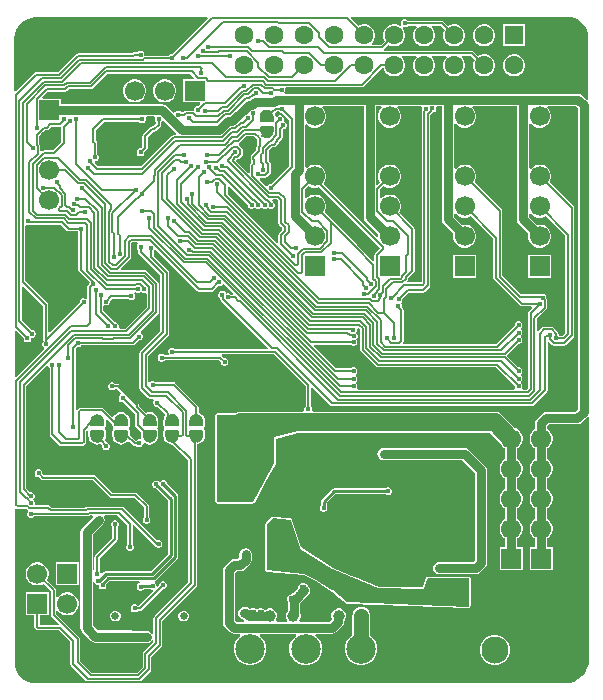
<source format=gbl>
G04*
G04 #@! TF.GenerationSoftware,Altium Limited,Altium Designer,21.0.8 (223)*
G04*
G04 Layer_Physical_Order=2*
G04 Layer_Color=16711680*
%FSLAX25Y25*%
%MOIN*%
G70*
G04*
G04 #@! TF.SameCoordinates,F2A8CEE9-D926-4100-BC22-0473D3AB1F95*
G04*
G04*
G04 #@! TF.FilePolarity,Positive*
G04*
G01*
G75*
%ADD14C,0.01000*%
%ADD15C,0.00800*%
%ADD17C,0.00700*%
%ADD92C,0.03000*%
%ADD93C,0.00900*%
%ADD95C,0.05000*%
%ADD96C,0.06693*%
%ADD97R,0.06693X0.06693*%
%ADD98R,0.06693X0.06693*%
%ADD99C,0.09843*%
%ADD100C,0.02559*%
%ADD101O,0.03937X0.06299*%
%ADD102O,0.03937X0.08268*%
%ADD103C,0.06299*%
%ADD104R,0.06299X0.06299*%
%ADD105C,0.09055*%
%ADD106R,0.09055X0.09055*%
%ADD107C,0.02400*%
%ADD108C,0.01600*%
%ADD109C,0.02100*%
%ADD110C,0.03937*%
%ADD111C,0.02362*%
%ADD112C,0.06000*%
G36*
X178409Y215070D02*
X179760Y214660D01*
X181005Y213995D01*
X182096Y213099D01*
X182992Y212008D01*
X183657Y210763D01*
X184067Y209412D01*
X184157Y208492D01*
X184195Y208008D01*
Y208003D01*
X184195Y207508D01*
X184225Y187829D01*
X183725Y187622D01*
X182405Y188942D01*
X181743Y189384D01*
X180963Y189539D01*
X83134D01*
X82927Y190039D01*
X83102Y190214D01*
X83300Y190692D01*
Y191209D01*
X83290Y191234D01*
X83624Y191734D01*
X108757D01*
X109088Y191800D01*
X109370Y191988D01*
X115484Y198102D01*
X115978Y198043D01*
X116099Y197591D01*
X116580Y196759D01*
X117259Y196080D01*
X118091Y195599D01*
X119020Y195350D01*
X119981D01*
X120909Y195599D01*
X121741Y196080D01*
X122420Y196759D01*
X122901Y197591D01*
X123150Y198520D01*
Y199480D01*
X122901Y200409D01*
X122420Y201241D01*
X122028Y201633D01*
X122236Y202133D01*
X126765D01*
X126972Y201633D01*
X126580Y201241D01*
X126099Y200409D01*
X125850Y199480D01*
Y198520D01*
X126099Y197591D01*
X126580Y196759D01*
X127259Y196080D01*
X128091Y195599D01*
X129020Y195350D01*
X129981D01*
X130909Y195599D01*
X131741Y196080D01*
X132420Y196759D01*
X132901Y197591D01*
X133150Y198520D01*
Y199480D01*
X132901Y200409D01*
X132420Y201241D01*
X132028Y201633D01*
X132236Y202133D01*
X136765D01*
X136972Y201633D01*
X136580Y201241D01*
X136099Y200409D01*
X135850Y199480D01*
Y198520D01*
X136099Y197591D01*
X136580Y196759D01*
X137259Y196080D01*
X138091Y195599D01*
X139020Y195350D01*
X139980D01*
X140909Y195599D01*
X141741Y196080D01*
X142420Y196759D01*
X142901Y197591D01*
X143150Y198520D01*
Y199480D01*
X142901Y200409D01*
X142420Y201241D01*
X142028Y201633D01*
X142236Y202133D01*
X145141D01*
X146380Y200895D01*
X146099Y200409D01*
X145850Y199480D01*
Y198520D01*
X146099Y197591D01*
X146580Y196759D01*
X147259Y196080D01*
X148091Y195599D01*
X149020Y195350D01*
X149980D01*
X150909Y195599D01*
X151741Y196080D01*
X152420Y196759D01*
X152901Y197591D01*
X153150Y198520D01*
Y199480D01*
X152901Y200409D01*
X152420Y201241D01*
X151741Y201920D01*
X150909Y202401D01*
X149980Y202650D01*
X149020D01*
X148091Y202401D01*
X147605Y202120D01*
X146113Y203612D01*
X145832Y203800D01*
X145500Y203866D01*
X116233D01*
X116081Y204366D01*
X116113Y204388D01*
X117605Y205880D01*
X118091Y205599D01*
X119020Y205350D01*
X119981D01*
X120909Y205599D01*
X121741Y206080D01*
X122420Y206759D01*
X122901Y207591D01*
X123150Y208520D01*
Y209481D01*
X122901Y210409D01*
X122420Y211241D01*
X122334Y211328D01*
X122617Y211752D01*
X122741Y211700D01*
X123259D01*
X123736Y211898D01*
X123972Y212133D01*
X126765D01*
X126972Y211633D01*
X126580Y211241D01*
X126099Y210409D01*
X125850Y209481D01*
Y208520D01*
X126099Y207591D01*
X126580Y206759D01*
X127259Y206080D01*
X128091Y205599D01*
X129020Y205350D01*
X129981D01*
X130909Y205599D01*
X131741Y206080D01*
X132420Y206759D01*
X132901Y207591D01*
X133150Y208520D01*
Y209481D01*
X132901Y210409D01*
X132420Y211241D01*
X132028Y211633D01*
X132235Y212133D01*
X135141D01*
X136380Y210895D01*
X136099Y210409D01*
X135850Y209481D01*
Y208520D01*
X136099Y207591D01*
X136580Y206759D01*
X137259Y206080D01*
X138091Y205599D01*
X139020Y205350D01*
X139980D01*
X140909Y205599D01*
X141741Y206080D01*
X142420Y206759D01*
X142901Y207591D01*
X143150Y208520D01*
Y209481D01*
X142901Y210409D01*
X142420Y211241D01*
X141741Y211920D01*
X140909Y212401D01*
X139980Y212650D01*
X139020D01*
X138091Y212401D01*
X137605Y212120D01*
X136113Y213613D01*
X135832Y213801D01*
X135500Y213867D01*
X123972D01*
X123736Y214102D01*
X123259Y214300D01*
X122741D01*
X122264Y214102D01*
X121898Y213736D01*
X121700Y213259D01*
Y212741D01*
X121820Y212452D01*
X121423Y212104D01*
X120909Y212401D01*
X119981Y212650D01*
X119020D01*
X118091Y212401D01*
X117259Y211920D01*
X116580Y211241D01*
X116099Y210409D01*
X115850Y209481D01*
Y208520D01*
X116099Y207591D01*
X116380Y207105D01*
X115141Y205867D01*
X112235D01*
X112028Y206367D01*
X112420Y206759D01*
X112901Y207591D01*
X113150Y208520D01*
Y209481D01*
X112901Y210409D01*
X112420Y211241D01*
X111741Y211920D01*
X110909Y212401D01*
X109980Y212650D01*
X109020D01*
X108091Y212401D01*
X107605Y212120D01*
X105044Y214682D01*
X105235Y215144D01*
X177007Y215197D01*
X177052Y215203D01*
X178409Y215070D01*
D02*
G37*
G36*
X57420Y214646D02*
X45424Y202650D01*
X45091D01*
X44614Y202452D01*
X44378Y202217D01*
X36350D01*
X36300Y202291D01*
Y202809D01*
X36102Y203286D01*
X35736Y203652D01*
X35259Y203850D01*
X34741D01*
X34264Y203652D01*
X34028Y203417D01*
X32774D01*
X32442Y203351D01*
X32161Y203163D01*
X31965Y202967D01*
X14120D01*
X13788Y202901D01*
X13507Y202713D01*
X7602Y196808D01*
X213D01*
X-119Y196742D01*
X-400Y196554D01*
X-6596Y190358D01*
X-7058Y190550D01*
X-7066Y207902D01*
X-7071Y207946D01*
X-6938Y209300D01*
X-6530Y210646D01*
X-5867Y211886D01*
X-4975Y212974D01*
X-3887Y213866D01*
X-2647Y214529D01*
X-1301Y214937D01*
X-386Y215027D01*
X99Y215065D01*
X599Y215065D01*
X57229Y215108D01*
X57420Y214646D01*
D02*
G37*
G36*
X52952Y194808D02*
X52761Y194346D01*
X49154D01*
Y186653D01*
X54775D01*
X54966Y186192D01*
X54074Y185300D01*
X53741D01*
X53264Y185102D01*
X52898Y184736D01*
X52700Y184259D01*
Y184110D01*
X52456Y183910D01*
X50035D01*
X49704Y183844D01*
X49422Y183657D01*
X49213Y183447D01*
X48552D01*
X48316Y183682D01*
X47839Y183880D01*
X47321D01*
X46844Y183682D01*
X46478Y183316D01*
X46477Y183314D01*
X45887Y183197D01*
X43642Y185442D01*
X42981Y185884D01*
X42200Y186039D01*
X8347D01*
Y187846D01*
X2330D01*
X2139Y188308D01*
X4105Y190275D01*
X9950D01*
X10281Y190341D01*
X10562Y190529D01*
X11167Y191133D01*
X18565D01*
X18897Y191199D01*
X19178Y191387D01*
X23924Y196133D01*
X51627D01*
X52952Y194808D01*
D02*
G37*
G36*
X78133Y183695D02*
X78695Y183133D01*
X79000Y182398D01*
Y182000D01*
Y180500D01*
X75000D01*
Y182500D01*
Y182798D01*
X75228Y183350D01*
X75650Y183772D01*
X76202Y184000D01*
X77398D01*
X78133Y183695D01*
D02*
G37*
G36*
X39784Y181461D02*
X39700Y181259D01*
Y180741D01*
X39898Y180264D01*
X40133Y180028D01*
Y179506D01*
X39277Y178649D01*
X38739D01*
X38407Y178583D01*
X38126Y178395D01*
X35887Y176156D01*
X35699Y175875D01*
X35633Y175544D01*
Y171859D01*
X35074Y171300D01*
X34741D01*
X34264Y171102D01*
X33898Y170736D01*
X33700Y170259D01*
Y169741D01*
X33898Y169264D01*
X34264Y168898D01*
X34741Y168700D01*
X35259D01*
X35736Y168898D01*
X36102Y169264D01*
X36300Y169741D01*
Y170074D01*
X37113Y170887D01*
X37301Y171168D01*
X37367Y171500D01*
Y175185D01*
X39098Y176916D01*
X39636D01*
X39967Y176982D01*
X40248Y177170D01*
X41613Y178534D01*
X41801Y178815D01*
X41867Y179147D01*
Y180028D01*
X42102Y180264D01*
X42173Y180436D01*
X42762Y180554D01*
X46950Y176367D01*
X46743Y175867D01*
X46106D01*
X45774Y175801D01*
X45493Y175613D01*
X36542Y166661D01*
X36488Y166651D01*
X36207Y166463D01*
X35111Y165367D01*
X20859D01*
X19670Y166556D01*
X19877Y167056D01*
X20004D01*
X20481Y167254D01*
X20847Y167619D01*
X21045Y168097D01*
Y168614D01*
X20847Y169092D01*
X20612Y169328D01*
Y173022D01*
X20546Y173354D01*
X20358Y173635D01*
X20167Y173826D01*
Y177532D01*
X22768Y180133D01*
X34528D01*
X34764Y179898D01*
X35241Y179700D01*
X35759D01*
X36236Y179898D01*
X36602Y180264D01*
X36800Y180741D01*
Y181259D01*
X36716Y181461D01*
X37031Y181961D01*
X39469D01*
X39784Y181461D01*
D02*
G37*
G36*
X128958Y184961D02*
X128879Y184771D01*
Y184254D01*
X128902Y184200D01*
X128749Y183972D01*
X128683Y183640D01*
Y126677D01*
X128641Y126634D01*
X124015D01*
X123823Y127096D01*
X124009Y127282D01*
X124197Y127563D01*
X124263Y127895D01*
Y128038D01*
X126113Y129887D01*
X126301Y130168D01*
X126367Y130500D01*
Y144591D01*
X126301Y144922D01*
X126113Y145203D01*
X121264Y150052D01*
X121584Y150606D01*
X121846Y151584D01*
Y152597D01*
X121584Y153575D01*
X121078Y154452D01*
X120362Y155168D01*
X119485Y155675D01*
X118506Y155937D01*
X117494D01*
X116515Y155675D01*
X115638Y155168D01*
X115170Y154701D01*
X114670Y154908D01*
Y157535D01*
X115961Y158826D01*
X116515Y158506D01*
X117494Y158244D01*
X118506D01*
X119485Y158506D01*
X120362Y159013D01*
X121078Y159729D01*
X121584Y160606D01*
X121846Y161584D01*
Y162597D01*
X121584Y163575D01*
X121078Y164452D01*
X120362Y165168D01*
X119485Y165675D01*
X118506Y165937D01*
X117494D01*
X116515Y165675D01*
X115638Y165168D01*
X114922Y164452D01*
X114416Y163575D01*
X114154Y162597D01*
Y161584D01*
X114416Y160606D01*
X114736Y160052D01*
X113955Y159271D01*
X113493Y159462D01*
Y185461D01*
X115223D01*
X115430Y184961D01*
X114922Y184452D01*
X114416Y183575D01*
X114154Y182597D01*
Y181584D01*
X114416Y180606D01*
X114922Y179729D01*
X115638Y179013D01*
X116515Y178506D01*
X117494Y178244D01*
X118506D01*
X119485Y178506D01*
X120362Y179013D01*
X121078Y179729D01*
X121584Y180606D01*
X121846Y181584D01*
Y182597D01*
X121584Y183575D01*
X121078Y184452D01*
X120570Y184961D01*
X120777Y185461D01*
X128636D01*
X128958Y184961D01*
D02*
G37*
G36*
X180681Y184898D02*
Y84435D01*
X179785Y83539D01*
X170257D01*
X169477Y83384D01*
X168816Y82942D01*
X167058Y81185D01*
X166616Y80523D01*
X166461Y79743D01*
Y77855D01*
X166138Y77668D01*
X165422Y76952D01*
X164916Y76075D01*
X164654Y75097D01*
Y74084D01*
X164916Y73106D01*
X165422Y72229D01*
X166138Y71513D01*
X166461Y71326D01*
Y67855D01*
X166138Y67668D01*
X165422Y66952D01*
X164916Y66075D01*
X164654Y65097D01*
Y64084D01*
X164916Y63106D01*
X165422Y62229D01*
X166138Y61513D01*
X166461Y61326D01*
Y57855D01*
X166138Y57669D01*
X165422Y56952D01*
X164916Y56075D01*
X164654Y55097D01*
Y54084D01*
X164916Y53106D01*
X165422Y52229D01*
X166138Y51513D01*
X166461Y51326D01*
Y47855D01*
X166138Y47668D01*
X165422Y46952D01*
X164916Y46075D01*
X164654Y45097D01*
Y44084D01*
X164916Y43106D01*
X165422Y42229D01*
X166138Y41513D01*
X166461Y41326D01*
Y38437D01*
X164654D01*
Y30744D01*
X172346D01*
Y38437D01*
X170539D01*
Y41326D01*
X170862Y41513D01*
X171578Y42229D01*
X172084Y43106D01*
X172346Y44084D01*
Y45097D01*
X172084Y46075D01*
X171578Y46952D01*
X170862Y47668D01*
X170539Y47855D01*
Y51326D01*
X170862Y51513D01*
X171578Y52229D01*
X172084Y53106D01*
X172346Y54084D01*
Y55097D01*
X172084Y56075D01*
X171578Y56952D01*
X170862Y57669D01*
X170539Y57855D01*
Y61326D01*
X170862Y61513D01*
X171578Y62229D01*
X172084Y63106D01*
X172346Y64084D01*
Y65097D01*
X172084Y66075D01*
X171578Y66952D01*
X170862Y67668D01*
X170539Y67855D01*
Y71326D01*
X170862Y71513D01*
X171578Y72229D01*
X172084Y73106D01*
X172346Y74084D01*
Y75097D01*
X172084Y76075D01*
X171578Y76952D01*
X170862Y77668D01*
X170539Y77855D01*
Y78898D01*
X171102Y79461D01*
X180630D01*
X181410Y79616D01*
X182072Y80058D01*
X183882Y81869D01*
X184383Y81662D01*
X184503Y1024D01*
X184511Y964D01*
X184363Y-535D01*
X183907Y-2039D01*
X183166Y-3425D01*
X182169Y-4640D01*
X180954Y-5637D01*
X179568Y-6378D01*
X178064Y-6835D01*
X176563Y-6982D01*
X176500Y-6974D01*
X0D01*
X-41Y-6979D01*
X-1362Y-6849D01*
X-2672Y-6452D01*
X-3880Y-5807D01*
X-4938Y-4938D01*
X-5807Y-3880D01*
X-6452Y-2672D01*
X-6849Y-1362D01*
X-6936Y-484D01*
X-6974Y0D01*
X-6974Y500D01*
X-6997Y51130D01*
X-6497Y51310D01*
X-6332Y51199D01*
X-6000Y51133D01*
X-2980D01*
X-2734Y50887D01*
X-2658Y50836D01*
X-2546Y50272D01*
X-2560Y50215D01*
X-2749Y49759D01*
Y49241D01*
X-2551Y48764D01*
X-2185Y48398D01*
X-1707Y48200D01*
X-1190D01*
X-712Y48398D01*
X-477Y48633D01*
X17330D01*
X17661Y48699D01*
X17942Y48887D01*
X18038Y48983D01*
X18892D01*
X19099Y48483D01*
X15562Y44946D01*
X15120Y44284D01*
X14965Y43504D01*
Y11496D01*
X15120Y10716D01*
X15562Y10054D01*
X18467Y7149D01*
X19129Y6707D01*
X19909Y6551D01*
X31635D01*
X32091Y6461D01*
X37000D01*
X37780Y6616D01*
X38442Y7058D01*
X38782Y7567D01*
X39282Y7415D01*
Y6707D01*
X36287Y3713D01*
X35936Y3361D01*
X35748Y3080D01*
X35682Y2748D01*
Y-1395D01*
X33644Y-3433D01*
X18748D01*
X14867Y448D01*
Y7808D01*
X14801Y8139D01*
X14613Y8420D01*
X6867Y16166D01*
Y17100D01*
X7367Y17234D01*
X7422Y17138D01*
X8138Y16422D01*
X9015Y15916D01*
X9994Y15653D01*
X11006D01*
X11985Y15916D01*
X12862Y16422D01*
X13578Y17138D01*
X14084Y18015D01*
X14346Y18994D01*
Y20006D01*
X14084Y20985D01*
X13578Y21862D01*
X12862Y22578D01*
X11985Y23084D01*
X11006Y23346D01*
X9994D01*
X9015Y23084D01*
X8138Y22578D01*
X7422Y21862D01*
X7367Y21766D01*
X6867Y21900D01*
Y24000D01*
X6801Y24332D01*
X6613Y24613D01*
X3764Y27461D01*
X4084Y28015D01*
X4346Y28994D01*
Y30006D01*
X4084Y30985D01*
X3578Y31862D01*
X2862Y32578D01*
X1985Y33084D01*
X1006Y33346D01*
X-6D01*
X-985Y33084D01*
X-1862Y32578D01*
X-2578Y31862D01*
X-3084Y30985D01*
X-3346Y30006D01*
Y28994D01*
X-3084Y28015D01*
X-2578Y27138D01*
X-1862Y26422D01*
X-985Y25916D01*
X-6Y25653D01*
X1006D01*
X1985Y25916D01*
X2539Y26236D01*
X5133Y23641D01*
Y15808D01*
X5199Y15476D01*
X5387Y15195D01*
X7677Y12905D01*
X7470Y12405D01*
X1367D01*
Y15653D01*
X4346D01*
Y23346D01*
X-3346D01*
Y15653D01*
X-367D01*
Y11948D01*
X-301Y11616D01*
X-113Y11335D01*
X297Y10925D01*
X578Y10737D01*
X910Y10671D01*
X7719D01*
X11633Y6757D01*
Y-500D01*
X11699Y-832D01*
X11887Y-1113D01*
X16887Y-6113D01*
X17168Y-6301D01*
X17500Y-6367D01*
X34500D01*
X34832Y-6301D01*
X35113Y-6113D01*
X38361Y-2864D01*
X38549Y-2583D01*
X38615Y-2252D01*
Y1892D01*
X41604Y4881D01*
X41613Y4887D01*
X41961Y5236D01*
X42149Y5517D01*
X42215Y5849D01*
Y13792D01*
X53613Y25190D01*
X53801Y25471D01*
X53867Y25803D01*
Y72145D01*
X53924Y72628D01*
X53968Y72637D01*
X54257Y72675D01*
X54962Y72967D01*
X55568Y73432D01*
X56033Y74037D01*
X56325Y74743D01*
X56425Y75500D01*
X56418D01*
Y77000D01*
X56348Y77351D01*
X56149Y77649D01*
X56043Y77719D01*
Y78281D01*
X56149Y78351D01*
X56348Y78649D01*
X56418Y79000D01*
Y80500D01*
X56425D01*
X56325Y81257D01*
X56033Y81963D01*
X55568Y82568D01*
X54962Y83033D01*
X54367Y83280D01*
Y85000D01*
X54301Y85332D01*
X54113Y85613D01*
X46613Y93113D01*
X46332Y93301D01*
X46000Y93367D01*
X39972D01*
X39736Y93602D01*
X39259Y93800D01*
X38741D01*
X38264Y93602D01*
X38067Y93405D01*
X37567Y93612D01*
Y102144D01*
X44313Y108890D01*
X44501Y109171D01*
X44567Y109503D01*
Y129800D01*
X44501Y130132D01*
X44313Y130413D01*
X39367Y135359D01*
Y137119D01*
X39602Y137354D01*
X39612Y137379D01*
X40202Y137496D01*
X53865Y123833D01*
X54146Y123645D01*
X54478Y123579D01*
X58755D01*
X59087Y123645D01*
X59368Y123833D01*
X60892Y125357D01*
X60907Y125352D01*
X61424D01*
X61902Y125549D01*
X62267Y125915D01*
X62278Y125940D01*
X62867Y126057D01*
X65854Y123070D01*
X65647Y122570D01*
X65172D01*
X64936Y122806D01*
X64459Y123003D01*
X63941D01*
X63548Y122841D01*
X63372Y123266D01*
X63006Y123632D01*
X62528Y123830D01*
X62011D01*
X61533Y123632D01*
X61168Y123266D01*
X60970Y122789D01*
Y122272D01*
X61168Y121794D01*
X61533Y121428D01*
X61575Y121411D01*
Y121128D01*
X61641Y120797D01*
X61829Y120516D01*
X77425Y104919D01*
X77234Y104457D01*
X46472D01*
X46236Y104693D01*
X45759Y104891D01*
X45241D01*
X44764Y104693D01*
X44398Y104327D01*
X44200Y103849D01*
Y103332D01*
X44355Y102957D01*
X44207Y102609D01*
X44088Y102457D01*
X42972D01*
X42736Y102693D01*
X42259Y102891D01*
X41741D01*
X41264Y102693D01*
X40898Y102327D01*
X40700Y101849D01*
Y101332D01*
X40898Y100854D01*
X41264Y100488D01*
X41741Y100291D01*
X42259D01*
X42736Y100488D01*
X42972Y100724D01*
X61141D01*
X61700Y100165D01*
Y99832D01*
X61898Y99354D01*
X62264Y98988D01*
X62741Y98791D01*
X63259D01*
X63736Y98988D01*
X64102Y99354D01*
X64300Y99832D01*
Y100349D01*
X64102Y100827D01*
X63736Y101193D01*
X63259Y101391D01*
X62926D01*
X62113Y102203D01*
X62082Y102224D01*
X62234Y102724D01*
X79353D01*
X90047Y92030D01*
Y85272D01*
X89812Y85036D01*
X89614Y84559D01*
Y84041D01*
X89619Y84030D01*
X89284Y83530D01*
X68500D01*
X67586Y83410D01*
X66735Y83057D01*
X66714Y83041D01*
X60608D01*
X60508Y83000D01*
X60401D01*
X60325Y82968D01*
X60325Y82968D01*
X60324D01*
X60248Y82892D01*
X60225Y82883D01*
X60215Y82859D01*
X60141Y82785D01*
X60117Y82775D01*
X60108Y82752D01*
X60032Y82676D01*
Y82675D01*
X60032Y82675D01*
X60000Y82599D01*
Y82492D01*
X59959Y82392D01*
Y53608D01*
X60000Y53508D01*
Y53400D01*
X60032Y53324D01*
X60032Y53324D01*
Y53324D01*
X60108Y53248D01*
X60117Y53225D01*
X60141Y53215D01*
X60215Y53141D01*
X60225Y53117D01*
X60248Y53108D01*
X60324Y53031D01*
X60325D01*
X60325Y53031D01*
X60401Y53000D01*
X60508D01*
X60608Y52959D01*
X72500D01*
X72525Y52969D01*
X72530Y52968D01*
X72531Y52968D01*
X72581Y52989D01*
X72654Y52981D01*
X72654Y52981D01*
X72684Y52990D01*
X72788Y53075D01*
X72912Y53126D01*
X72934Y53148D01*
X72934Y53148D01*
X72963Y53217D01*
X73005Y53251D01*
X73006Y53252D01*
X73006Y53256D01*
X73028Y53274D01*
X76522Y59743D01*
X79981Y66148D01*
X79984Y66174D01*
X80022Y66245D01*
X80030Y66326D01*
X80043Y66350D01*
X80046Y66376D01*
X80056Y66400D01*
Y66427D01*
X80087Y66502D01*
Y66583D01*
X80097Y66608D01*
Y74579D01*
X87524Y76470D01*
X151628D01*
X154888Y73211D01*
X154916Y73106D01*
X155422Y72229D01*
X156138Y71513D01*
X156461Y71326D01*
Y67855D01*
X156138Y67668D01*
X155422Y66952D01*
X154916Y66075D01*
X154654Y65097D01*
Y64084D01*
X154916Y63106D01*
X155422Y62229D01*
X156138Y61513D01*
X156461Y61326D01*
Y57855D01*
X156138Y57669D01*
X155422Y56952D01*
X154916Y56075D01*
X154654Y55097D01*
Y54084D01*
X154916Y53106D01*
X155422Y52229D01*
X156138Y51513D01*
X156461Y51326D01*
Y47855D01*
X156138Y47668D01*
X155422Y46952D01*
X154916Y46075D01*
X154654Y45097D01*
Y44084D01*
X154916Y43106D01*
X155422Y42229D01*
X156138Y41513D01*
X156461Y41326D01*
Y38437D01*
X154654D01*
Y30744D01*
X162346D01*
Y38437D01*
X160539D01*
Y41326D01*
X160862Y41513D01*
X161578Y42229D01*
X162084Y43106D01*
X162346Y44084D01*
Y45097D01*
X162084Y46075D01*
X161578Y46952D01*
X160862Y47668D01*
X160539Y47855D01*
Y51326D01*
X160862Y51513D01*
X161578Y52229D01*
X162084Y53106D01*
X162346Y54084D01*
Y55097D01*
X162084Y56075D01*
X161578Y56952D01*
X160862Y57669D01*
X160539Y57855D01*
Y61326D01*
X160862Y61513D01*
X161578Y62229D01*
X162084Y63106D01*
X162346Y64084D01*
Y65097D01*
X162084Y66075D01*
X161578Y66952D01*
X160862Y67668D01*
X160539Y67855D01*
Y71326D01*
X160862Y71513D01*
X161578Y72229D01*
X162084Y73106D01*
X162346Y74084D01*
Y75097D01*
X162084Y76075D01*
X161578Y76952D01*
X160862Y77668D01*
X159985Y78175D01*
X159880Y78203D01*
X155587Y82496D01*
X154856Y83057D01*
X154004Y83410D01*
X153091Y83530D01*
X92543D01*
X92209Y84030D01*
X92214Y84041D01*
Y84559D01*
X92016Y85036D01*
X91781Y85272D01*
Y91566D01*
X92242Y91757D01*
X98240Y85760D01*
X98521Y85572D01*
X98853Y85506D01*
X165373D01*
X165705Y85572D01*
X165986Y85760D01*
X170396Y90169D01*
X170583Y90450D01*
X170649Y90782D01*
Y106675D01*
X171149Y106882D01*
X172204Y105828D01*
X172485Y105640D01*
X172817Y105574D01*
X176047D01*
X176379Y105640D01*
X176660Y105828D01*
X179313Y108481D01*
X179501Y108762D01*
X179567Y109094D01*
Y151391D01*
X179501Y151722D01*
X179313Y152003D01*
X171265Y160052D01*
X171584Y160606D01*
X171846Y161584D01*
Y162597D01*
X171584Y163575D01*
X171078Y164452D01*
X170362Y165168D01*
X169485Y165675D01*
X168506Y165937D01*
X167494D01*
X166515Y165675D01*
X165638Y165168D01*
X165039Y164569D01*
X164539Y164735D01*
Y179446D01*
X165039Y179612D01*
X165638Y179013D01*
X166515Y178506D01*
X167494Y178244D01*
X168506D01*
X169485Y178506D01*
X170362Y179013D01*
X171078Y179729D01*
X171584Y180606D01*
X171846Y181584D01*
Y182597D01*
X171584Y183575D01*
X171078Y184452D01*
X170570Y184961D01*
X170777Y185461D01*
X180118D01*
X180681Y184898D01*
D02*
G37*
G36*
X160461Y147687D02*
X160616Y146907D01*
X161058Y146245D01*
X164270Y143033D01*
X164154Y142597D01*
Y141584D01*
X164416Y140606D01*
X164922Y139729D01*
X165638Y139013D01*
X166515Y138506D01*
X167494Y138244D01*
X168506D01*
X169485Y138506D01*
X170362Y139013D01*
X171078Y139729D01*
X171584Y140606D01*
X171846Y141584D01*
Y142597D01*
X171584Y143575D01*
X171078Y144452D01*
X170362Y145168D01*
X169485Y145675D01*
X168506Y145937D01*
X167494D01*
X167210Y145861D01*
X164539Y148532D01*
Y149446D01*
X165039Y149612D01*
X165638Y149013D01*
X166515Y148506D01*
X167494Y148244D01*
X168506D01*
X169485Y148506D01*
X170039Y148826D01*
X176633Y142232D01*
Y109950D01*
X175641Y108957D01*
X174472D01*
X174367Y109062D01*
Y109591D01*
X174301Y109922D01*
X174113Y110203D01*
X172613Y111703D01*
X172332Y111891D01*
X172000Y111957D01*
X169500D01*
X169168Y111891D01*
X168887Y111703D01*
X167567Y110383D01*
X167067Y110590D01*
Y114432D01*
X170263Y117628D01*
X170451Y117909D01*
X170517Y118241D01*
Y120941D01*
X170451Y121272D01*
X170300Y121498D01*
Y121849D01*
X170102Y122327D01*
X169736Y122693D01*
X169259Y122891D01*
X168741D01*
X168264Y122693D01*
X168200Y122629D01*
X167487D01*
X167347Y122657D01*
X161859D01*
X155567Y128949D01*
Y150391D01*
X155501Y150722D01*
X155313Y151003D01*
X146265Y160052D01*
X146584Y160606D01*
X146846Y161584D01*
Y162597D01*
X146584Y163575D01*
X146078Y164452D01*
X145362Y165168D01*
X144485Y165675D01*
X143506Y165937D01*
X142494D01*
X141515Y165675D01*
X140638Y165168D01*
X140039Y164569D01*
X139539Y164735D01*
Y179446D01*
X140039Y179612D01*
X140638Y179013D01*
X141515Y178506D01*
X142494Y178244D01*
X143506D01*
X144485Y178506D01*
X145362Y179013D01*
X146078Y179729D01*
X146584Y180606D01*
X146846Y181584D01*
Y182597D01*
X146584Y183575D01*
X146078Y184452D01*
X145570Y184961D01*
X145777Y185461D01*
X160461D01*
Y147687D01*
D02*
G37*
G36*
X109415Y148314D02*
X109570Y147533D01*
X110012Y146872D01*
X114182Y142702D01*
X114154Y142597D01*
Y141935D01*
X113654Y141728D01*
X95865Y159516D01*
X96078Y159729D01*
X96584Y160606D01*
X96846Y161584D01*
Y162597D01*
X96584Y163575D01*
X96078Y164452D01*
X95362Y165168D01*
X94485Y165675D01*
X93506Y165937D01*
X92494D01*
X91515Y165675D01*
X90638Y165168D01*
X90343Y164873D01*
X89843Y165080D01*
Y169726D01*
X89843Y169726D01*
X89693Y170480D01*
Y179251D01*
X90193Y179458D01*
X90638Y179013D01*
X91515Y178506D01*
X92494Y178244D01*
X93506D01*
X94485Y178506D01*
X95362Y179013D01*
X96078Y179729D01*
X96584Y180606D01*
X96846Y181584D01*
Y182597D01*
X96584Y183575D01*
X96078Y184452D01*
X95569Y184961D01*
X95777Y185461D01*
X109415D01*
Y148314D01*
D02*
G37*
G36*
X79000Y176500D02*
Y176202D01*
X78772Y175650D01*
X78350Y175228D01*
X77798Y175000D01*
X76602D01*
X75867Y175304D01*
X75305Y175867D01*
X75000Y176602D01*
Y177000D01*
Y178500D01*
X79000D01*
Y176500D01*
D02*
G37*
G36*
X8165Y178559D02*
X8558Y178297D01*
X8633Y178201D01*
Y173424D01*
X5879Y170670D01*
X2672D01*
X2340Y170604D01*
X2059Y170416D01*
X1979Y170336D01*
X1517Y170527D01*
Y172183D01*
X1451Y172515D01*
X1263Y172796D01*
X1170Y172889D01*
Y175379D01*
X3121Y177330D01*
X3697D01*
X4028Y177396D01*
X4309Y177584D01*
X5255Y178530D01*
X7992D01*
X8150Y178561D01*
X8165Y178559D01*
D02*
G37*
G36*
X73534Y174740D02*
X73535Y174736D01*
X73723Y174455D01*
X73913Y174265D01*
Y172505D01*
X73837Y172429D01*
X73649Y172148D01*
X73583Y171817D01*
Y170708D01*
X71914Y169039D01*
X71727Y168758D01*
X71661Y168426D01*
Y167846D01*
X71727Y167515D01*
X71910Y167240D01*
Y166589D01*
X71564Y166243D01*
X71376Y165962D01*
X71310Y165630D01*
Y163238D01*
X70848Y163047D01*
X66621Y167274D01*
X66984Y167638D01*
X67261D01*
X67593Y167704D01*
X67874Y167892D01*
X68841Y168858D01*
X69029Y169139D01*
X69095Y169471D01*
Y170838D01*
X69029Y171169D01*
X68841Y171451D01*
X67874Y172417D01*
X67781Y172480D01*
X67795Y172773D01*
X67851Y173025D01*
X68087Y173182D01*
X70238Y175333D01*
X72941D01*
X73534Y174740D01*
D02*
G37*
G36*
X81264Y183398D02*
X81741Y183200D01*
X82074D01*
X84437Y180838D01*
Y168903D01*
X84503Y168571D01*
X84587Y168445D01*
Y165513D01*
X78574Y159500D01*
X78241D01*
X77764Y159302D01*
X77398Y158936D01*
X77388Y158912D01*
X76798Y158794D01*
X74736Y160856D01*
X74841Y161432D01*
X75132Y161593D01*
X75203Y161579D01*
X76570D01*
X76902Y161645D01*
X77183Y161833D01*
X78149Y162799D01*
X78337Y163080D01*
X78403Y163412D01*
Y166040D01*
X78337Y166372D01*
X78149Y166653D01*
X77717Y167086D01*
Y170464D01*
X78937Y171683D01*
X79343D01*
X79675Y171749D01*
X79956Y171937D01*
X81113Y173094D01*
X81301Y173375D01*
X81367Y173707D01*
Y173848D01*
X82063Y174544D01*
X82251Y174825D01*
X82317Y175157D01*
Y177447D01*
X82569Y177700D01*
X82659D01*
X83136Y177898D01*
X83502Y178264D01*
X83700Y178741D01*
Y179259D01*
X83502Y179736D01*
X83136Y180102D01*
X83015Y180152D01*
X82666Y180331D01*
X82765Y180756D01*
X82800Y180841D01*
Y181359D01*
X82602Y181836D01*
X82236Y182202D01*
X81759Y182400D01*
X81241D01*
X80764Y182202D01*
X80418Y181856D01*
X80367Y181859D01*
X79925Y182000D01*
X79825Y182757D01*
X79725Y182999D01*
X80359Y183633D01*
X81028D01*
X81264Y183398D01*
D02*
G37*
G36*
X10549Y143887D02*
X10830Y143699D01*
X11162Y143633D01*
X14028D01*
X14264Y143398D01*
X14283Y143390D01*
Y130850D01*
X14349Y130518D01*
X14537Y130237D01*
X18039Y126735D01*
X17942Y126501D01*
Y126168D01*
X17387Y125613D01*
X17199Y125332D01*
X17133Y125000D01*
Y121412D01*
X16981Y121293D01*
X16633Y121145D01*
X16259Y121300D01*
X15741D01*
X15264Y121102D01*
X14898Y120736D01*
X14700Y120259D01*
Y119926D01*
X4760Y109986D01*
X4298Y110177D01*
Y119068D01*
X4233Y119400D01*
X4045Y119681D01*
X-3383Y127109D01*
Y145418D01*
X-2883Y145752D01*
X-2759Y145700D01*
X-2241D01*
X-1764Y145898D01*
X-1728Y145933D01*
X8503D01*
X10549Y143887D01*
D02*
G37*
G36*
X70700Y152574D02*
Y152241D01*
X70898Y151764D01*
X71264Y151398D01*
X71741Y151200D01*
X72259D01*
X72736Y151398D01*
X73050Y151711D01*
X73364Y151398D01*
X73841Y151200D01*
X74359D01*
X74836Y151398D01*
X74923Y151485D01*
X75250Y151728D01*
X75577Y151485D01*
X75664Y151398D01*
X76141Y151200D01*
X76659D01*
X77136Y151398D01*
X77450Y151711D01*
X77764Y151398D01*
X78241Y151200D01*
X78759D01*
X79236Y151398D01*
X79602Y151764D01*
X79800Y152241D01*
Y152759D01*
X79602Y153236D01*
X79236Y153602D01*
X78979Y153709D01*
X78884Y153883D01*
X79182Y154383D01*
X80394D01*
X80933Y153844D01*
Y146533D01*
X80999Y146202D01*
X81187Y145921D01*
X82283Y144825D01*
Y144176D01*
X81187Y143079D01*
X80999Y142798D01*
X80933Y142466D01*
Y139999D01*
X80433Y139792D01*
X64151Y156075D01*
Y158470D01*
X64613Y158661D01*
X70700Y152574D01*
D02*
G37*
G36*
X91515Y158506D02*
X92494Y158244D01*
X93506D01*
X94437Y158493D01*
X114860Y138071D01*
X113191Y136402D01*
X113003Y136121D01*
X112937Y135789D01*
Y133942D01*
X112475Y133751D01*
X107450Y138775D01*
X107268Y139049D01*
X99009Y147307D01*
X99009Y147307D01*
X96264Y150052D01*
X96584Y150606D01*
X96846Y151584D01*
Y152597D01*
X96584Y153575D01*
X96078Y154452D01*
X95362Y155168D01*
X94485Y155675D01*
X93506Y155937D01*
X92494D01*
X91515Y155675D01*
X90638Y155168D01*
X90170Y154701D01*
X89670Y154908D01*
Y157535D01*
X90961Y158826D01*
X91515Y158506D01*
D02*
G37*
G36*
X35471Y123398D02*
X35949Y123200D01*
X36466D01*
X36491Y123210D01*
X36991Y122876D01*
Y118494D01*
X29763Y111267D01*
X28124D01*
X27790Y111767D01*
X27800Y111791D01*
Y112309D01*
X27602Y112786D01*
X27236Y113152D01*
X26759Y113350D01*
X26376D01*
X22517Y117209D01*
Y118667D01*
X23017Y119001D01*
X23079Y118975D01*
X23597D01*
X24074Y119173D01*
X24440Y119539D01*
X24638Y120017D01*
Y120350D01*
X25467Y121179D01*
X30983D01*
X31218Y120943D01*
X31696Y120745D01*
X32213D01*
X32691Y120943D01*
X33057Y121309D01*
X33255Y121787D01*
Y122304D01*
X33057Y122782D01*
X32949Y122889D01*
X33113Y123433D01*
X33298Y123471D01*
X33371Y123398D01*
X33849Y123200D01*
X34366D01*
X34844Y123398D01*
X35157Y123712D01*
X35471Y123398D01*
D02*
G37*
G36*
X2565Y118709D02*
Y107604D01*
X2631Y107272D01*
X2697Y107174D01*
X2695Y107170D01*
X2330Y106805D01*
X2132Y106327D01*
Y105810D01*
X2330Y105332D01*
X2695Y104966D01*
X2720Y104956D01*
X2837Y104366D01*
X-6554Y94975D01*
X-7016Y95166D01*
X-7023Y110444D01*
X-6561Y110635D01*
X-4000Y108074D01*
Y107741D01*
X-3802Y107264D01*
X-3436Y106898D01*
X-2959Y106700D01*
X-2441D01*
X-1964Y106898D01*
X-1598Y107264D01*
X-1400Y107741D01*
Y108254D01*
X-1029D01*
X-552Y108452D01*
X-186Y108818D01*
X12Y109296D01*
Y109813D01*
X-186Y110291D01*
X-552Y110656D01*
X-1029Y110854D01*
X-1362D01*
X-4583Y114075D01*
Y125204D01*
X-4121Y125396D01*
X2565Y118709D01*
D02*
G37*
G36*
X108133Y111038D02*
Y104294D01*
X108199Y103963D01*
X108387Y103681D01*
X113402Y98667D01*
X113683Y98479D01*
X114015Y98413D01*
X153405D01*
X159700Y92118D01*
Y91785D01*
X159836Y91457D01*
X159594Y90957D01*
X107477D01*
X107194Y91457D01*
X107300Y91714D01*
Y92231D01*
X107102Y92709D01*
X106868Y92943D01*
X106784Y93252D01*
X106868Y93561D01*
X107102Y93795D01*
X107300Y94273D01*
Y94790D01*
X107102Y95268D01*
X106868Y95502D01*
X106784Y95811D01*
X106868Y96120D01*
X107102Y96354D01*
X107300Y96832D01*
Y97349D01*
X107102Y97827D01*
X106736Y98193D01*
X106259Y98391D01*
X105741D01*
X105264Y98193D01*
X105052Y97981D01*
X100183D01*
X92735Y105429D01*
X92926Y105891D01*
X105003D01*
X105238Y105656D01*
X105716Y105458D01*
X106233D01*
X106711Y105656D01*
X107077Y106021D01*
X107275Y106499D01*
Y107016D01*
X107077Y107494D01*
X106811Y107760D01*
X107170Y108119D01*
X107368Y108597D01*
Y109114D01*
X107170Y109592D01*
X106804Y109958D01*
X106797Y109995D01*
X107016Y110214D01*
X107213Y110691D01*
Y111209D01*
X107653Y111436D01*
X107713Y111458D01*
X108133Y111038D01*
D02*
G37*
G36*
X135461Y147687D02*
X135616Y146907D01*
X136058Y146245D01*
X139270Y143033D01*
X139154Y142597D01*
Y141584D01*
X139416Y140606D01*
X139922Y139729D01*
X140638Y139013D01*
X141515Y138506D01*
X142494Y138244D01*
X143506D01*
X144485Y138506D01*
X145362Y139013D01*
X146078Y139729D01*
X146584Y140606D01*
X146846Y141584D01*
Y142597D01*
X146584Y143575D01*
X146078Y144452D01*
X145362Y145168D01*
X144485Y145675D01*
X143506Y145937D01*
X142494D01*
X142210Y145861D01*
X139539Y148532D01*
Y149446D01*
X140039Y149612D01*
X140638Y149013D01*
X141515Y148506D01*
X142494Y148244D01*
X143506D01*
X144485Y148506D01*
X145039Y148826D01*
X152633Y141232D01*
Y128094D01*
X152699Y127762D01*
X152887Y127481D01*
X161390Y118978D01*
X161671Y118790D01*
X162003Y118724D01*
X165254D01*
X165446Y118262D01*
X164387Y117203D01*
X164199Y116922D01*
X164133Y116591D01*
Y91450D01*
X163641Y90957D01*
X162406D01*
X162164Y91457D01*
X162300Y91785D01*
Y92302D01*
X162102Y92780D01*
X161868Y93014D01*
X161784Y93323D01*
X161868Y93632D01*
X162102Y93866D01*
X162300Y94344D01*
Y94861D01*
X162102Y95339D01*
X161868Y95573D01*
X161785Y95882D01*
X161868Y96191D01*
X162102Y96425D01*
X162300Y96903D01*
Y97420D01*
X162102Y97898D01*
X161736Y98264D01*
X161259Y98461D01*
X160926D01*
X157108Y102280D01*
X160926Y106098D01*
X161259D01*
X161736Y106296D01*
X162102Y106661D01*
X162300Y107139D01*
Y107656D01*
X162102Y108134D01*
X161868Y108368D01*
X161784Y108677D01*
X161868Y108986D01*
X162102Y109220D01*
X162300Y109698D01*
Y110215D01*
X162102Y110693D01*
X161868Y110927D01*
X161785Y111236D01*
X161868Y111546D01*
X162102Y111779D01*
X162300Y112257D01*
Y112774D01*
X162102Y113252D01*
X161736Y113618D01*
X161259Y113816D01*
X160741D01*
X160264Y113618D01*
X159898Y113252D01*
X159700Y112774D01*
Y112441D01*
X153405Y106146D01*
X122597D01*
X122583Y106181D01*
X122458Y106646D01*
X122604Y106865D01*
X122670Y107197D01*
Y117550D01*
X122604Y117881D01*
X122416Y118162D01*
X122054Y118525D01*
X122101Y118638D01*
Y119155D01*
X121903Y119632D01*
X121856Y119679D01*
X121736Y119898D01*
X122102Y120264D01*
X122300Y120741D01*
Y121074D01*
X124359Y123133D01*
X129000D01*
X129332Y123199D01*
X129613Y123387D01*
X129755Y123600D01*
X131363Y125208D01*
X131551Y125489D01*
X131617Y125821D01*
Y182391D01*
X132442Y183216D01*
X132517Y183329D01*
X132554D01*
X133032Y183527D01*
X133397Y183892D01*
X133595Y184370D01*
Y184887D01*
X133565Y184961D01*
X133899Y185461D01*
X135461D01*
Y147687D01*
D02*
G37*
G36*
X54633Y82196D02*
X55195Y81633D01*
X55500Y80898D01*
Y80500D01*
Y79000D01*
X51500D01*
Y81000D01*
Y81298D01*
X51728Y81850D01*
X52150Y82272D01*
X52702Y82500D01*
X53898D01*
X54633Y82196D01*
D02*
G37*
G36*
X46633D02*
X47196Y81633D01*
X47500Y80898D01*
Y80500D01*
Y79000D01*
X43500D01*
Y81000D01*
Y81298D01*
X43728Y81850D01*
X44150Y82272D01*
X44702Y82500D01*
X45898D01*
X46633Y82196D01*
D02*
G37*
G36*
X39133D02*
X39696Y81633D01*
X40000Y80898D01*
Y80500D01*
Y79000D01*
X36000D01*
Y81000D01*
Y81298D01*
X36228Y81850D01*
X36650Y82272D01*
X37202Y82500D01*
X38398D01*
X39133Y82196D01*
D02*
G37*
G36*
X29633D02*
X30196Y81633D01*
X30500Y80898D01*
Y80500D01*
Y79000D01*
X26500D01*
Y81000D01*
Y81298D01*
X26728Y81850D01*
X27150Y82272D01*
X27702Y82500D01*
X28898D01*
X29633Y82196D01*
D02*
G37*
G36*
X21633D02*
X22196Y81633D01*
X22500Y80898D01*
Y80500D01*
Y79000D01*
X18500D01*
Y81000D01*
Y81298D01*
X18728Y81850D01*
X19150Y82272D01*
X19702Y82500D01*
X20898D01*
X21633Y82196D01*
D02*
G37*
G36*
X88265Y77709D02*
X88237Y77210D01*
X87391Y76994D01*
X87391D01*
X79556Y75000D01*
Y66608D01*
X79546Y66583D01*
Y66502D01*
X79508Y66431D01*
X79505Y66405D01*
X76046Y60000D01*
X72552Y53531D01*
X72530Y53509D01*
X72500Y53500D01*
X60608D01*
X60532Y53531D01*
X60500Y53608D01*
Y82392D01*
X60532Y82468D01*
X60608Y82500D01*
X75500D01*
X88265Y77709D01*
D02*
G37*
G36*
X55500Y75000D02*
Y74702D01*
X55272Y74150D01*
X54850Y73728D01*
X54298Y73500D01*
X53102D01*
X52367Y73804D01*
X51805Y74367D01*
X51500Y75102D01*
Y75500D01*
Y77000D01*
X55500D01*
Y75000D01*
D02*
G37*
G36*
X47500D02*
Y74702D01*
X47272Y74150D01*
X46850Y73728D01*
X46298Y73500D01*
X45102D01*
X44367Y73804D01*
X43804Y74367D01*
X43500Y75102D01*
Y75500D01*
Y77000D01*
X47500D01*
Y75000D01*
D02*
G37*
G36*
X40000D02*
Y74702D01*
X39772Y74150D01*
X39350Y73728D01*
X38798Y73500D01*
X37602D01*
X36867Y73804D01*
X36305Y74367D01*
X36000Y75102D01*
Y75500D01*
Y77000D01*
X40000D01*
Y75000D01*
D02*
G37*
G36*
X30500D02*
Y74702D01*
X30272Y74150D01*
X29850Y73728D01*
X29298Y73500D01*
X28102D01*
X27367Y73804D01*
X26805Y74367D01*
X26500Y75102D01*
Y75500D01*
Y77000D01*
X30500D01*
Y75000D01*
D02*
G37*
G36*
X22500D02*
Y74702D01*
X22272Y74150D01*
X21850Y73728D01*
X21298Y73500D01*
X20102D01*
X19367Y73804D01*
X18804Y74367D01*
X18500Y75102D01*
Y75500D01*
Y77000D01*
X22500D01*
Y75000D01*
D02*
G37*
G36*
X34045Y139474D02*
X33898Y139327D01*
X33700Y138849D01*
Y138332D01*
X33898Y137854D01*
X34133Y137619D01*
Y136803D01*
X34199Y136471D01*
X34387Y136190D01*
X41633Y128944D01*
Y110359D01*
X34887Y103613D01*
X34699Y103332D01*
X34633Y103000D01*
Y91500D01*
X34699Y91168D01*
X34887Y90887D01*
X37587Y88187D01*
X37868Y87999D01*
X38200Y87933D01*
X39297D01*
X39504Y87433D01*
X39398Y87327D01*
X39200Y86849D01*
Y86332D01*
X39398Y85854D01*
X39764Y85488D01*
X40241Y85291D01*
X40574D01*
X43219Y82646D01*
Y82291D01*
X42967Y81963D01*
X42675Y81257D01*
X42575Y80500D01*
X42582D01*
Y79000D01*
X42652Y78649D01*
X42851Y78351D01*
X42957Y78281D01*
Y77719D01*
X42851Y77649D01*
X42652Y77351D01*
X42582Y77000D01*
Y75500D01*
X42575D01*
X42675Y74743D01*
X42967Y74037D01*
X43432Y73432D01*
X44038Y72967D01*
X44743Y72675D01*
X45500Y72575D01*
X45676Y72598D01*
X50933Y67341D01*
Y26659D01*
X39887Y15613D01*
X39536Y15261D01*
X39348Y14980D01*
X39282Y14649D01*
Y9585D01*
X38782Y9433D01*
X38442Y9942D01*
X37780Y10384D01*
X37000Y10539D01*
X32456D01*
X32000Y10630D01*
X20754D01*
X19043Y12341D01*
Y26881D01*
X19531Y26911D01*
X19729Y26433D01*
X20094Y26067D01*
X20572Y25869D01*
X21016D01*
Y25426D01*
X21214Y24948D01*
X21579Y24582D01*
X22057Y24384D01*
X22574D01*
X23052Y24582D01*
X23418Y24948D01*
X23616Y25426D01*
Y25943D01*
X23609Y25960D01*
X24630Y26980D01*
X34546D01*
X34646Y26480D01*
X34274Y26326D01*
X33908Y25961D01*
X33710Y25483D01*
Y24966D01*
X33908Y24488D01*
X34274Y24122D01*
X34752Y23924D01*
X35269D01*
X35747Y24122D01*
X36112Y24488D01*
X36130Y24531D01*
X38130D01*
X38264Y24398D01*
X38741Y24200D01*
X39008D01*
X39215Y23700D01*
X34445Y18930D01*
X33908D01*
X33736Y19102D01*
X33259Y19300D01*
X32741D01*
X32264Y19102D01*
X31898Y18736D01*
X31700Y18259D01*
Y17741D01*
X31898Y17264D01*
X32264Y16898D01*
X32741Y16700D01*
X33259D01*
X33736Y16898D01*
X33972Y17133D01*
X34740D01*
X35072Y17199D01*
X35353Y17387D01*
X42426Y24460D01*
X42759D01*
X43236Y24657D01*
X43602Y25023D01*
X43800Y25501D01*
Y26018D01*
X43602Y26496D01*
X43236Y26862D01*
X42759Y27060D01*
X42241D01*
X41764Y26862D01*
X41398Y26496D01*
X41200Y26018D01*
Y25685D01*
X40800Y25285D01*
X40300Y25492D01*
Y25759D01*
X40102Y26236D01*
X39793Y26546D01*
X39800Y26860D01*
X39857Y27093D01*
X40135Y27279D01*
X47221Y34365D01*
X47442Y34696D01*
X47520Y35086D01*
Y55600D01*
X47442Y55990D01*
X47221Y56321D01*
X43900Y59642D01*
Y59759D01*
X43702Y60236D01*
X43336Y60602D01*
X42859Y60800D01*
X42341D01*
X41864Y60602D01*
X41498Y60236D01*
X41018Y60385D01*
X40999Y60405D01*
X40521Y60602D01*
X40004D01*
X39526Y60405D01*
X39160Y60039D01*
X38963Y59561D01*
Y59044D01*
X39160Y58566D01*
X39526Y58200D01*
X40004Y58003D01*
X40056D01*
X43980Y54078D01*
Y36129D01*
X38371Y30520D01*
X23586D01*
X23196Y30442D01*
X22865Y30221D01*
X22300Y29656D01*
X22063Y29705D01*
X21769Y29833D01*
X21602Y30236D01*
X21367Y30472D01*
Y34763D01*
X27113Y40509D01*
X27301Y40790D01*
X27367Y41122D01*
Y45028D01*
X27602Y45264D01*
X27800Y45741D01*
Y46259D01*
X27602Y46736D01*
X27236Y47102D01*
X26759Y47300D01*
X26241D01*
X25764Y47102D01*
X25398Y46736D01*
X25200Y46259D01*
Y45741D01*
X25398Y45264D01*
X25633Y45028D01*
Y41481D01*
X19887Y35735D01*
X19699Y35453D01*
X19633Y35122D01*
Y30885D01*
X19543Y30825D01*
X19043Y31091D01*
Y42659D01*
X22442Y46058D01*
X22884Y46720D01*
X23039Y47500D01*
X22884Y48280D01*
X22748Y48483D01*
X23016Y48983D01*
X27291D01*
X30633Y45641D01*
Y39472D01*
X30398Y39236D01*
X30200Y38759D01*
Y38241D01*
X30398Y37764D01*
X30764Y37398D01*
X31241Y37200D01*
X31759D01*
X32236Y37398D01*
X32602Y37764D01*
X32800Y38241D01*
Y38759D01*
X32602Y39236D01*
X32367Y39472D01*
Y45701D01*
X32867Y45908D01*
X39818Y38956D01*
X39898Y38764D01*
X40264Y38398D01*
X40741Y38200D01*
X41259D01*
X41736Y38398D01*
X42102Y38764D01*
X42300Y39241D01*
Y39759D01*
X42102Y40236D01*
X41736Y40602D01*
X41259Y40800D01*
X40741D01*
X40518Y40707D01*
X29563Y51663D01*
X29282Y51851D01*
X28950Y51917D01*
X17182D01*
X16851Y51851D01*
X16570Y51663D01*
X16486Y51579D01*
X5436D01*
X4902Y52113D01*
X4621Y52301D01*
X4290Y52367D01*
X98D01*
X-236Y52867D01*
X-200Y52954D01*
Y53471D01*
X-398Y53949D01*
X-478Y54030D01*
X-731Y54356D01*
X-478Y54683D01*
X-398Y54764D01*
X-200Y55241D01*
Y55759D01*
X-398Y56236D01*
X-764Y56602D01*
X-1241Y56800D01*
X-1759D01*
X-1770Y56795D01*
X-3133Y58159D01*
Y92141D01*
X3750Y99024D01*
X4250Y98817D01*
Y98741D01*
X4448Y98264D01*
X4683Y98028D01*
Y75980D01*
X4749Y75648D01*
X4937Y75367D01*
X7902Y72402D01*
X8184Y72214D01*
X8515Y72148D01*
X15575D01*
X15906Y72214D01*
X16188Y72402D01*
X16598Y72812D01*
X16786Y73093D01*
X16852Y73425D01*
Y77079D01*
X17149Y77314D01*
X17597Y77075D01*
X17582Y77000D01*
Y75500D01*
X17575D01*
X17675Y74743D01*
X17967Y74037D01*
X18432Y73432D01*
X19038Y72967D01*
X19743Y72675D01*
X20500Y72575D01*
X21257Y72675D01*
X21672Y72846D01*
X22217Y72300D01*
X22200Y72259D01*
Y71741D01*
X22398Y71264D01*
X22764Y70898D01*
X23241Y70700D01*
X23759D01*
X24236Y70898D01*
X24602Y71264D01*
X24800Y71741D01*
Y72259D01*
X24602Y72736D01*
X24236Y73102D01*
X23759Y73300D01*
X23669D01*
X22989Y73980D01*
X23033Y74037D01*
X23325Y74743D01*
X23425Y75500D01*
X23418D01*
Y77000D01*
X23348Y77351D01*
X23149Y77649D01*
X23043Y77719D01*
Y78281D01*
X23149Y78351D01*
X23348Y78649D01*
X23418Y79000D01*
Y80500D01*
X23425D01*
X23404Y80664D01*
X23877Y80897D01*
X25387Y79387D01*
X25582Y79257D01*
Y79000D01*
X25652Y78649D01*
X25851Y78351D01*
X25957Y78281D01*
Y77719D01*
X25851Y77649D01*
X25652Y77351D01*
X25582Y77000D01*
Y75500D01*
X25575D01*
X25675Y74743D01*
X25967Y74037D01*
X26432Y73432D01*
X27038Y72967D01*
X27743Y72675D01*
X28500Y72575D01*
X29257Y72675D01*
X29963Y72967D01*
X30568Y73432D01*
X30674Y73569D01*
X31173Y73602D01*
X32376Y72399D01*
X32657Y72211D01*
X32989Y72145D01*
X33528D01*
X33764Y71909D01*
X34241Y71711D01*
X34759D01*
X35236Y71909D01*
X35602Y72275D01*
X35800Y72753D01*
Y72903D01*
X36300Y73149D01*
X36538Y72967D01*
X37243Y72675D01*
X38000Y72575D01*
X38757Y72675D01*
X39463Y72967D01*
X40068Y73432D01*
X40533Y74037D01*
X40825Y74743D01*
X40925Y75500D01*
X40918D01*
Y77000D01*
X40848Y77351D01*
X40649Y77649D01*
X40543Y77719D01*
Y78281D01*
X40649Y78351D01*
X40848Y78649D01*
X40918Y79000D01*
Y80500D01*
X40925D01*
X40825Y81257D01*
X40533Y81963D01*
X40068Y82568D01*
X39463Y83033D01*
X38757Y83325D01*
X38000Y83425D01*
X37243Y83325D01*
X36786Y83136D01*
X34549Y85373D01*
Y85651D01*
X34483Y85982D01*
X34295Y86264D01*
X27963Y92596D01*
X27682Y92784D01*
X27350Y92850D01*
X26488D01*
X26236Y93102D01*
X25759Y93300D01*
X25241D01*
X24764Y93102D01*
X24398Y92736D01*
X24200Y92259D01*
Y91741D01*
X24398Y91264D01*
X24764Y90898D01*
X25241Y90700D01*
X25759D01*
X26236Y90898D01*
X26455Y91117D01*
X26991D01*
X28406Y89702D01*
X28288Y89112D01*
X28264Y89102D01*
X27898Y88736D01*
X27700Y88259D01*
Y87741D01*
X27898Y87264D01*
X28264Y86898D01*
X28741Y86700D01*
X29074D01*
X33133Y82641D01*
Y79232D01*
X33199Y78901D01*
X33387Y78619D01*
X35082Y76924D01*
Y75500D01*
X35075D01*
X35175Y74743D01*
X35206Y74667D01*
X34823Y74285D01*
X34759Y74311D01*
X34241D01*
X33764Y74114D01*
X33528Y73878D01*
X33348D01*
X31418Y75808D01*
Y77000D01*
X31348Y77351D01*
X31149Y77649D01*
X31043Y77719D01*
Y78281D01*
X31149Y78351D01*
X31348Y78649D01*
X31418Y79000D01*
Y80500D01*
X31425D01*
X31325Y81257D01*
X31033Y81963D01*
X30568Y82568D01*
X29963Y83033D01*
X29257Y83325D01*
X28500Y83425D01*
X27743Y83325D01*
X27038Y83033D01*
X26432Y82568D01*
X25967Y81963D01*
X25933Y81881D01*
X25443Y81783D01*
X22613Y84613D01*
X22332Y84801D01*
X22000Y84867D01*
X14910D01*
X14578Y84801D01*
X14297Y84613D01*
X13887Y84203D01*
X13867Y84172D01*
X13367Y84324D01*
Y104491D01*
X13926Y105050D01*
X14259D01*
X14736Y105248D01*
X15102Y105614D01*
X15110Y105633D01*
X32360D01*
X32691Y105699D01*
X32973Y105887D01*
X34401Y107315D01*
X34734D01*
X35212Y107513D01*
X35577Y107879D01*
X35775Y108357D01*
Y108874D01*
X35577Y109352D01*
X35212Y109717D01*
X35187Y109728D01*
X35070Y110318D01*
X40870Y116118D01*
X41058Y116399D01*
X41124Y116731D01*
Y126178D01*
X41058Y126509D01*
X40870Y126790D01*
X37116Y130545D01*
X36835Y130733D01*
X36503Y130798D01*
X28708D01*
X28517Y131260D01*
X31613Y134357D01*
X31801Y134638D01*
X31867Y134969D01*
Y139732D01*
X32109Y139974D01*
X33838D01*
X34045Y139474D01*
D02*
G37*
%LPC*%
G36*
X163150Y212650D02*
X155850D01*
Y205350D01*
X163150D01*
Y212650D01*
D02*
G37*
G36*
X149980D02*
X149020D01*
X148091Y212401D01*
X147259Y211920D01*
X146580Y211241D01*
X146099Y210409D01*
X145850Y209481D01*
Y208520D01*
X146099Y207591D01*
X146580Y206759D01*
X147259Y206080D01*
X148091Y205599D01*
X149020Y205350D01*
X149980D01*
X150909Y205599D01*
X151741Y206080D01*
X152420Y206759D01*
X152901Y207591D01*
X153150Y208520D01*
Y209481D01*
X152901Y210409D01*
X152420Y211241D01*
X151741Y211920D01*
X150909Y212401D01*
X149980Y212650D01*
D02*
G37*
G36*
X159980Y202650D02*
X159020D01*
X158091Y202401D01*
X157259Y201920D01*
X156580Y201241D01*
X156099Y200409D01*
X155850Y199480D01*
Y198520D01*
X156099Y197591D01*
X156580Y196759D01*
X157259Y196080D01*
X158091Y195599D01*
X159020Y195350D01*
X159980D01*
X160909Y195599D01*
X161741Y196080D01*
X162420Y196759D01*
X162901Y197591D01*
X163150Y198520D01*
Y199480D01*
X162901Y200409D01*
X162420Y201241D01*
X161741Y201920D01*
X160909Y202401D01*
X159980Y202650D01*
D02*
G37*
G36*
X43506Y194346D02*
X42494D01*
X41515Y194084D01*
X40638Y193578D01*
X39922Y192862D01*
X39416Y191985D01*
X39154Y191006D01*
Y189994D01*
X39416Y189015D01*
X39922Y188138D01*
X40638Y187422D01*
X41515Y186916D01*
X42494Y186653D01*
X43506D01*
X44485Y186916D01*
X45362Y187422D01*
X46078Y188138D01*
X46584Y189015D01*
X46847Y189994D01*
Y191006D01*
X46584Y191985D01*
X46078Y192862D01*
X45362Y193578D01*
X44485Y194084D01*
X43506Y194346D01*
D02*
G37*
G36*
X33506D02*
X32494D01*
X31515Y194084D01*
X30638Y193578D01*
X29922Y192862D01*
X29416Y191985D01*
X29154Y191006D01*
Y189994D01*
X29416Y189015D01*
X29922Y188138D01*
X30638Y187422D01*
X31515Y186916D01*
X32494Y186653D01*
X33506D01*
X34485Y186916D01*
X35362Y187422D01*
X36078Y188138D01*
X36584Y189015D01*
X36847Y189994D01*
Y191006D01*
X36584Y191985D01*
X36078Y192862D01*
X35362Y193578D01*
X34485Y194084D01*
X33506Y194346D01*
D02*
G37*
G36*
X117759Y58300D02*
X117241D01*
X116764Y58102D01*
X116681Y58020D01*
X99500D01*
X99110Y57942D01*
X98779Y57721D01*
X95279Y54221D01*
X95058Y53890D01*
X94980Y53500D01*
Y52319D01*
X94898Y52236D01*
X94700Y51759D01*
Y51241D01*
X94898Y50764D01*
X95264Y50398D01*
X95741Y50200D01*
X96259D01*
X96736Y50398D01*
X97102Y50764D01*
X97300Y51241D01*
Y51759D01*
X97102Y52236D01*
X97020Y52319D01*
Y53078D01*
X99922Y55980D01*
X116681D01*
X116764Y55898D01*
X117241Y55700D01*
X117759D01*
X118236Y55898D01*
X118602Y56264D01*
X118800Y56741D01*
Y57259D01*
X118602Y57736D01*
X118236Y58102D01*
X117759Y58300D01*
D02*
G37*
G36*
X79135Y48532D02*
X79059Y48508D01*
X79056Y48509D01*
X79055Y48509D01*
X79047Y48506D01*
X79035Y48511D01*
X79035Y48511D01*
X79011D01*
X78966Y48493D01*
X78883D01*
X78828Y48470D01*
X78771Y48452D01*
X78707Y48398D01*
X78661Y48383D01*
X78643Y48368D01*
X78643Y48368D01*
X78637Y48356D01*
X78630Y48353D01*
X78628Y48353D01*
X78627Y48349D01*
X78554Y48319D01*
X76693Y46459D01*
X76652Y46359D01*
X76576Y46283D01*
X76500Y46099D01*
Y45992D01*
X76459Y45892D01*
Y30766D01*
X76488Y30695D01*
Y30685D01*
X76500Y30656D01*
Y30558D01*
X76529Y30488D01*
X76583Y30434D01*
X76613Y30339D01*
X76615Y30338D01*
X76636Y30326D01*
X76647Y30302D01*
X76738Y30264D01*
X76787Y30205D01*
X76855Y30169D01*
X76951Y30160D01*
X76979Y30146D01*
X76990Y30145D01*
X76990Y30145D01*
X76990Y30145D01*
X77057Y30109D01*
X89356Y28970D01*
X93316Y27119D01*
X97797Y24148D01*
X98681Y23562D01*
X101123Y21608D01*
X103578Y19645D01*
X103638Y19627D01*
X103638Y19627D01*
X103671Y19601D01*
X103714Y19588D01*
X103765Y19547D01*
X103825Y19530D01*
X103825Y19530D01*
X103825Y19530D01*
X103882Y19504D01*
X103948Y19502D01*
X103989Y19483D01*
X104031Y19481D01*
X104031Y19481D01*
X104088Y19455D01*
X144017Y17976D01*
X144106Y18009D01*
X144106Y18009D01*
X144108Y18010D01*
X144111Y18009D01*
X144111Y18009D01*
X144116Y18009D01*
X144133Y18015D01*
X144235Y18013D01*
X144318Y18046D01*
X144318Y18046D01*
X144318D01*
X144403Y18078D01*
X144478Y18147D01*
X144494Y18153D01*
X144498Y18157D01*
X144498Y18157D01*
X144499Y18159D01*
X144502Y18160D01*
X144502Y18161D01*
X144590Y18195D01*
X144801Y18399D01*
X144839Y18486D01*
X144840Y18486D01*
X144841Y18488D01*
X144843Y18489D01*
X144843Y18489D01*
X144847Y18493D01*
X144853Y18509D01*
X144926Y18582D01*
X144960Y18665D01*
X144996Y18747D01*
X144998Y18849D01*
X145005Y18866D01*
X145005Y18871D01*
X145005Y18871D01*
X145004Y18873D01*
X145005Y18876D01*
X145005Y18876D01*
X145041Y18963D01*
X145041Y27892D01*
X145000Y27992D01*
Y28099D01*
X144968Y28176D01*
X144968Y28176D01*
Y28176D01*
X144892Y28252D01*
X144883Y28275D01*
X144859Y28285D01*
X144785Y28359D01*
X144775Y28383D01*
X144752Y28392D01*
X144676Y28468D01*
X144676D01*
X144676Y28468D01*
X144599Y28500D01*
X144492D01*
X144392Y28541D01*
X130741Y28541D01*
X130730Y28536D01*
X130637D01*
X130549Y28500D01*
X130534D01*
X130523Y28495D01*
X130517Y28490D01*
X130406Y28485D01*
X130342Y28414D01*
X130254Y28378D01*
X130212Y28275D01*
X130205Y28272D01*
X130197Y28262D01*
X130192Y28248D01*
X130128Y28178D01*
X130096Y28091D01*
X130088Y28081D01*
X128973Y24972D01*
X114339Y25264D01*
X106486Y28500D01*
X106378Y28500D01*
X106279Y28541D01*
X106111D01*
X99253Y31480D01*
X88458Y38350D01*
X88458D01*
X85576Y47559D01*
X85575Y47560D01*
Y47560D01*
X85543Y47661D01*
X85475Y47742D01*
X85475Y47744D01*
X85474Y47745D01*
X85473Y47746D01*
X85439Y47849D01*
X85345Y47898D01*
X85277Y47979D01*
X85169Y47989D01*
X85168Y47990D01*
X85167Y47990D01*
X85165Y47991D01*
X85071Y48039D01*
X84966Y48047D01*
X84965Y48048D01*
X79135Y48532D01*
D02*
G37*
G36*
X120498Y71539D02*
X116000D01*
X115220Y71384D01*
X114558Y70942D01*
X114116Y70280D01*
X113961Y69500D01*
X114116Y68720D01*
X114558Y68058D01*
X115220Y67616D01*
X116000Y67461D01*
X120489D01*
X120500Y67459D01*
X142156D01*
X146461Y63153D01*
Y34102D01*
X145899Y33539D01*
X134500D01*
X133720Y33384D01*
X133058Y32942D01*
X132616Y32280D01*
X132461Y31500D01*
X132616Y30720D01*
X133058Y30058D01*
X133720Y29616D01*
X134500Y29461D01*
X146743D01*
X147524Y29616D01*
X148185Y30058D01*
X149943Y31815D01*
X150385Y32477D01*
X150540Y33257D01*
Y63998D01*
X150385Y64778D01*
X149943Y65440D01*
X149943Y65440D01*
X144443Y70940D01*
X143781Y71382D01*
X143001Y71537D01*
X120509D01*
X120498Y71539D01*
D02*
G37*
G36*
X14346Y33346D02*
X6654D01*
Y25653D01*
X14346D01*
Y33346D01*
D02*
G37*
G36*
X49732Y17228D02*
X49024D01*
X48370Y16957D01*
X47869Y16457D01*
X47598Y15803D01*
Y15095D01*
X47869Y14441D01*
X48370Y13940D01*
X49024Y13669D01*
X49732D01*
X50386Y13940D01*
X50886Y14441D01*
X51157Y15095D01*
Y15803D01*
X50886Y16457D01*
X50386Y16957D01*
X49732Y17228D01*
D02*
G37*
G36*
X108574Y18526D02*
X107791Y18423D01*
X107061Y18121D01*
X106434Y17640D01*
X105954Y17013D01*
X105651Y16283D01*
X105548Y15500D01*
Y9146D01*
X105171Y8929D01*
X104162Y7919D01*
X103448Y6683D01*
X103079Y5304D01*
Y3877D01*
X103448Y2498D01*
X104162Y1262D01*
X105171Y252D01*
X106407Y-461D01*
X107786Y-831D01*
X109214D01*
X110592Y-461D01*
X111829Y252D01*
X112838Y1262D01*
X113552Y2498D01*
X113921Y3877D01*
Y5304D01*
X113552Y6683D01*
X112838Y7919D01*
X111829Y8929D01*
X111600Y9061D01*
Y15500D01*
X111497Y16283D01*
X111195Y17013D01*
X110714Y17640D01*
X110087Y18121D01*
X109357Y18423D01*
X108574Y18526D01*
D02*
G37*
G36*
X70000Y38039D02*
X69220Y37884D01*
X68558Y37442D01*
X68116Y36780D01*
X67961Y36000D01*
Y35102D01*
X67398Y34539D01*
X66269D01*
X65489Y34384D01*
X64827Y33942D01*
X63070Y32184D01*
X62628Y31523D01*
X62473Y30743D01*
Y13269D01*
X62628Y12489D01*
X63070Y11827D01*
X64827Y10070D01*
X65489Y9628D01*
X66269Y9473D01*
X68140D01*
X68269Y8990D01*
X68163Y8929D01*
X67154Y7919D01*
X66440Y6683D01*
X66071Y5304D01*
Y3877D01*
X66440Y2498D01*
X67154Y1262D01*
X68163Y252D01*
X69400Y-461D01*
X70778Y-831D01*
X72206D01*
X73585Y-461D01*
X74821Y252D01*
X75830Y1262D01*
X76544Y2498D01*
X76913Y3877D01*
Y5304D01*
X76544Y6683D01*
X75830Y7919D01*
X74821Y8929D01*
X74715Y8990D01*
X74845Y9473D01*
X86644D01*
X86773Y8990D01*
X86667Y8929D01*
X85658Y7919D01*
X84944Y6683D01*
X84575Y5304D01*
Y3877D01*
X84944Y2498D01*
X85658Y1262D01*
X86667Y252D01*
X87904Y-461D01*
X89282Y-831D01*
X90710D01*
X92089Y-461D01*
X93325Y252D01*
X94334Y1262D01*
X95048Y2498D01*
X95417Y3877D01*
Y5304D01*
X95048Y6683D01*
X94334Y7919D01*
X93325Y8929D01*
X93219Y8990D01*
X93349Y9473D01*
X98811D01*
X99591Y9628D01*
X100253Y10070D01*
X102300Y12116D01*
X102300Y12116D01*
X102742Y12778D01*
X102897Y13558D01*
X102897Y13558D01*
Y13869D01*
X103130Y14102D01*
X103506Y15009D01*
Y15991D01*
X103130Y16898D01*
X102435Y17593D01*
X101528Y17968D01*
X100546D01*
X99639Y17593D01*
X98944Y16898D01*
X98568Y15991D01*
Y15009D01*
X98819Y14405D01*
Y14403D01*
X97966Y13551D01*
X88158D01*
X87967Y14013D01*
X88056Y14102D01*
X88432Y15009D01*
Y15991D01*
X88182Y16595D01*
Y19798D01*
X90942Y22558D01*
X91384Y23220D01*
X91539Y24000D01*
X91384Y24780D01*
X90942Y25442D01*
X90802Y25535D01*
X90691Y25804D01*
X90213Y26282D01*
X89588Y26541D01*
X88912D01*
X88287Y26282D01*
X87809Y25804D01*
X87550Y25179D01*
Y24934D01*
X85712Y23096D01*
X85362Y23026D01*
X84700Y22584D01*
X84631Y22480D01*
X84537Y22441D01*
X84059Y21963D01*
X83800Y21338D01*
Y20662D01*
X84059Y20037D01*
X84103Y19993D01*
Y17131D01*
X83870Y16898D01*
X83495Y15991D01*
Y15009D01*
X83870Y14102D01*
X83959Y14013D01*
X83768Y13551D01*
X80306D01*
X80115Y14013D01*
X80204Y14102D01*
X80580Y15009D01*
Y15991D01*
X80204Y16898D01*
X79509Y17593D01*
X78602Y17968D01*
X77620D01*
X76713Y17593D01*
X76659Y17539D01*
X76365D01*
X75963Y17941D01*
X75338Y18200D01*
X74662D01*
X74037Y17941D01*
X73750Y17654D01*
X73463Y17941D01*
X72838Y18200D01*
X72162D01*
X71537Y17941D01*
X71490Y17894D01*
X71442Y17942D01*
X70780Y18384D01*
X70000Y18539D01*
X69500D01*
X68720Y18384D01*
X68058Y17942D01*
X67616Y17280D01*
X67461Y16500D01*
X67616Y15720D01*
X68058Y15058D01*
X68720Y14616D01*
X69070Y14546D01*
X69558Y14058D01*
X69569Y14051D01*
X69417Y13551D01*
X67114D01*
X66551Y14114D01*
Y29898D01*
X67114Y30461D01*
X68243D01*
X69023Y30616D01*
X69685Y31058D01*
X71442Y32815D01*
X71884Y33477D01*
X72039Y34257D01*
Y36000D01*
X71884Y36780D01*
X71442Y37442D01*
X70780Y37884D01*
X70000Y38039D01*
D02*
G37*
G36*
X153662Y9118D02*
X152338D01*
X151059Y8776D01*
X149913Y8114D01*
X148977Y7178D01*
X148315Y6031D01*
X147973Y4752D01*
Y3429D01*
X148315Y2150D01*
X148977Y1004D01*
X149913Y68D01*
X151059Y-594D01*
X152338Y-937D01*
X153662D01*
X154941Y-594D01*
X156087Y68D01*
X157023Y1004D01*
X157685Y2150D01*
X158028Y3429D01*
Y4752D01*
X157685Y6031D01*
X157023Y7178D01*
X156087Y8114D01*
X154941Y8776D01*
X153662Y9118D01*
D02*
G37*
%LPD*%
G36*
X84920Y47509D02*
X84921Y47508D01*
X85027Y47499D01*
X85058Y47399D01*
X85059Y47397D01*
X88000Y38000D01*
X88167Y37894D01*
X88167D01*
X98963Y31024D01*
X98963D01*
X99000Y31000D01*
X106000Y28000D01*
X106279D01*
X114226Y24725D01*
X129351Y24423D01*
X130597Y27899D01*
X130606Y27908D01*
X130637Y27995D01*
X130730D01*
X130741Y28000D01*
X144392Y28000D01*
X144468Y27968D01*
X144500Y27892D01*
X144500Y18963D01*
X144464Y18881D01*
X144464Y18876D01*
X144460Y18872D01*
X144426Y18789D01*
X144214Y18585D01*
X144130Y18553D01*
X144126Y18550D01*
X144121Y18550D01*
X144037Y18517D01*
X104108Y19996D01*
X104051Y20022D01*
X104009Y20024D01*
X103976Y20050D01*
X103916Y20067D01*
X101462Y22031D01*
X99000Y24000D01*
X98096Y24600D01*
X93581Y27592D01*
X89500Y29500D01*
X77107Y30648D01*
X77040Y30683D01*
X77029Y30685D01*
Y30695D01*
X77000Y30766D01*
Y45892D01*
X77076Y46076D01*
X78936Y47936D01*
X78993Y47954D01*
X79011Y47970D01*
X79035D01*
X79090Y47993D01*
X84920Y47509D01*
D02*
G37*
%LPC*%
G36*
X171846Y135937D02*
X164154D01*
Y128244D01*
X171846D01*
Y135937D01*
D02*
G37*
G36*
X146846D02*
X139154D01*
Y128244D01*
X146846D01*
Y135937D01*
D02*
G37*
G36*
X1259Y64300D02*
X741D01*
X264Y64102D01*
X-102Y63736D01*
X-300Y63259D01*
Y62741D01*
X-102Y62264D01*
X264Y61898D01*
X741Y61700D01*
X1074D01*
X1887Y60887D01*
X2168Y60699D01*
X2500Y60633D01*
X19141D01*
X24687Y55087D01*
X24968Y54899D01*
X25300Y54833D01*
X32941D01*
X36133Y51641D01*
Y48472D01*
X35898Y48236D01*
X35700Y47759D01*
Y47241D01*
X35898Y46764D01*
X36264Y46398D01*
X36741Y46200D01*
X37259D01*
X37736Y46398D01*
X38102Y46764D01*
X38300Y47241D01*
Y47759D01*
X38102Y48236D01*
X37867Y48472D01*
Y52000D01*
X37801Y52332D01*
X37613Y52613D01*
X33913Y56313D01*
X33632Y56501D01*
X33300Y56567D01*
X25659D01*
X20113Y62113D01*
X19832Y62301D01*
X19500Y62367D01*
X2859D01*
X2300Y62926D01*
Y63259D01*
X2102Y63736D01*
X1736Y64102D01*
X1259Y64300D01*
D02*
G37*
G36*
X26976Y17228D02*
X26268D01*
X25614Y16957D01*
X25113Y16457D01*
X24843Y15803D01*
Y15095D01*
X25113Y14441D01*
X25614Y13940D01*
X26268Y13669D01*
X26976D01*
X27630Y13940D01*
X28131Y14441D01*
X28402Y15095D01*
Y15803D01*
X28131Y16457D01*
X27630Y16957D01*
X26976Y17228D01*
D02*
G37*
%LPD*%
D14*
X46500Y35086D02*
Y55600D01*
X42600Y59500D02*
X46500Y55600D01*
X39414Y28000D02*
X46500Y35086D01*
X24207Y28000D02*
X39414D01*
X22316Y26109D02*
X24207Y28000D01*
X22316Y25684D02*
Y26109D01*
X45000Y35707D02*
Y54500D01*
X40263Y59237D02*
X45000Y54500D01*
X38793Y29500D02*
X45000Y35707D01*
X40263Y59237D02*
Y59303D01*
X23586Y29500D02*
X38793D01*
X21255Y27169D02*
X23586Y29500D01*
X20831Y27169D02*
X21255D01*
X96000Y51500D02*
Y53500D01*
X99500Y57000D02*
X117500D01*
X96000Y53500D02*
X99500Y57000D01*
D15*
X51500Y75500D02*
G03*
X53924Y73545I2000J0D01*
G01*
X78414Y183414D02*
G03*
X75000Y182000I-1414J-1414D01*
G01*
X79000D02*
G03*
X78414Y183414I-2000J0D01*
G01*
X30500Y80500D02*
G03*
X27086Y81914I-2000J0D01*
G01*
D02*
G03*
X26500Y80500I1414J-1414D01*
G01*
X22500D02*
G03*
X21914Y81914I-2000J0D01*
G01*
X18974Y81793D02*
G03*
X18500Y80500I1526J-1293D01*
G01*
X21914Y81914D02*
G03*
X18974Y81793I-1414J-1414D01*
G01*
X75586Y175586D02*
G03*
X79000Y177000I1414J1414D01*
G01*
X36688Y82009D02*
G03*
X36000Y80500I1312J-1509D01*
G01*
X40000D02*
G03*
X36688Y82009I-2000J0D01*
G01*
X36000Y75500D02*
G03*
X40000Y75500I2000J0D01*
G01*
X21780Y73963D02*
G03*
X22500Y75500I-1280J1537D01*
G01*
X18500D02*
G03*
X21780Y73963I2000J0D01*
G01*
X53924Y73545D02*
G03*
X55500Y75500I-423J1955D01*
G01*
X46914Y74086D02*
G03*
X47500Y75500I-1414J1414D01*
G01*
X43500D02*
G03*
X46914Y74086I2000J0D01*
G01*
X55500Y80500D02*
G03*
X51500Y80500I-2000J0D01*
G01*
X44086Y81914D02*
G03*
X43500Y80500I1414J-1414D01*
G01*
X47500D02*
G03*
X44086Y81914I-2000J0D01*
G01*
X26500Y75500D02*
G03*
X29914Y74086I2000J0D01*
G01*
D02*
G03*
X30500Y75500I-1414J1414D01*
G01*
X51500Y77000D02*
X53500D01*
X55500D01*
X51500Y75500D02*
Y77000D01*
X76096Y176818D02*
Y176904D01*
X75000Y178000D02*
X76096Y176904D01*
X75586Y175586D02*
X76096Y176818D01*
X75000Y180500D02*
X77000D01*
X75000D02*
Y182000D01*
X79000Y180500D02*
Y182000D01*
X77000Y180500D02*
X79000D01*
X77000Y178500D02*
X79000D01*
X75000D02*
X77000D01*
X75000Y178000D02*
Y178500D01*
X30500Y80432D02*
Y80500D01*
X28500Y79000D02*
X30500D01*
X26500Y80000D02*
Y80500D01*
Y79000D02*
X28500D01*
X20500D02*
X22500D01*
Y80500D01*
X18500Y79000D02*
X20500D01*
X18500Y80000D02*
Y80500D01*
Y79000D02*
Y80000D01*
X30500Y79000D02*
Y80432D01*
X26500Y79000D02*
Y80000D01*
X79000Y177000D02*
Y178500D01*
X36000Y79000D02*
Y80500D01*
X40000Y79000D02*
Y80500D01*
X38000Y79000D02*
X40000D01*
X36000D02*
X38000D01*
X36000Y75500D02*
Y77000D01*
X38000D02*
X40000D01*
X36232D02*
X38000D01*
X36000D02*
X36232D01*
X20500D02*
X22500D01*
X18500D02*
X20500D01*
X18500Y75500D02*
Y77000D01*
X22500Y75500D02*
Y77000D01*
X40000Y75500D02*
Y77000D01*
X45500D02*
X47500D01*
X43500Y75500D02*
Y77000D01*
X45500D01*
X55500Y75500D02*
Y77000D01*
X47500Y75500D02*
Y77000D01*
X51500Y79000D02*
Y80500D01*
X43500Y79000D02*
Y80500D01*
X55500Y79000D02*
Y80500D01*
X51500Y79000D02*
X55500D01*
X47500D02*
Y80500D01*
X43500Y79000D02*
X47500D01*
X26500Y75500D02*
Y77000D01*
X30500Y75500D02*
Y77000D01*
X26500D02*
X30500D01*
D17*
X17500Y-5500D02*
X34500D01*
X12500Y-500D02*
Y7115D01*
Y-500D02*
X17500Y-5500D01*
X910Y11538D02*
X8078D01*
X12500Y7115D01*
X500Y11948D02*
Y19500D01*
Y11948D02*
X910Y11538D01*
X51500Y75500D02*
X53102D01*
X50610D02*
X51500D01*
X14000Y90D02*
Y7808D01*
X6000Y15808D02*
X14000Y7808D01*
Y90D02*
X18390Y-4300D01*
X34003D01*
X36549Y-1754D01*
X14000Y106500D02*
X32360D01*
X15150Y130850D02*
X19500Y126500D01*
X3432Y107604D02*
Y119068D01*
X-4250Y126750D02*
Y186539D01*
Y126750D02*
X3432Y119068D01*
X10353Y150400D02*
X11732Y149021D01*
X9856Y149200D02*
X11235Y147821D01*
X-2259Y146800D02*
X8862D01*
X7825Y150810D02*
Y151390D01*
X9359Y148000D02*
X10738Y146621D01*
X8862Y146800D02*
X11162Y144500D01*
X-2096Y150096D02*
X0Y148000D01*
X497Y149200D02*
X9856D01*
X8235Y150400D02*
X10353D01*
X7825Y150810D02*
X8235Y150400D01*
X0Y148000D02*
X9359D01*
X7825Y151390D02*
X8697Y152262D01*
X-896Y150593D02*
X497Y149200D01*
X-2096Y150096D02*
Y166732D01*
X-896Y150593D02*
Y166235D01*
X81450Y175157D02*
Y177806D01*
X80500Y174207D02*
X81450Y175157D01*
X80500Y173707D02*
Y174207D01*
X81450Y177806D02*
X82400Y178756D01*
X79343Y172550D02*
X80500Y173707D01*
X78346Y173750D02*
X80250Y175654D01*
Y179734D02*
X81500Y180984D01*
Y181100D01*
X80250Y175654D02*
Y179734D01*
X82400Y178756D02*
Y179000D01*
X78080Y173750D02*
X78346D01*
X74336Y175068D02*
X74780Y174624D01*
X74336Y175068D02*
Y175164D01*
X69879Y176200D02*
X73300D01*
X74780Y172146D02*
Y174624D01*
X73300Y176200D02*
X74336Y175164D01*
X72527Y167846D02*
X72777Y167597D01*
X72527Y168426D02*
X74450Y170349D01*
X72177Y165630D02*
X72777Y166230D01*
X72177Y162190D02*
Y165630D01*
X72527Y167846D02*
Y168426D01*
X72777Y166230D02*
Y167597D01*
X74450Y171817D02*
X74780Y172146D01*
X74450Y170349D02*
Y171817D01*
X76096Y177000D02*
X77500D01*
X69382Y177400D02*
X75000D01*
X75250Y177250D02*
X75500Y177000D01*
X75100Y177400D02*
X75250Y177250D01*
X75000Y177400D02*
X75100D01*
X75500Y177000D02*
X76096D01*
X85304Y168903D02*
X85454Y168753D01*
X82000Y184500D02*
X85304Y181196D01*
Y168903D02*
Y181196D01*
X78500Y158200D02*
X85454Y165154D01*
Y168753D01*
X78578Y172550D02*
X79343D01*
X76850Y166727D02*
Y170822D01*
X75650Y169852D02*
Y171319D01*
X78080Y173750D01*
X76850Y170822D02*
X78578Y172550D01*
X75150Y169352D02*
X75650Y169852D01*
X75150Y166730D02*
Y169352D01*
X71228Y188100D02*
X72327Y189200D01*
X63153Y186303D02*
X68550Y191700D01*
X68857D02*
X69306Y192150D01*
X69550D01*
X70041Y188100D02*
X71228D01*
X72824Y191393D02*
X74190D01*
X70731Y189300D02*
X72824Y191393D01*
X68550Y191700D02*
X68857D01*
X69544Y189300D02*
X70731D01*
X72720Y189200D02*
X73264Y189743D01*
X70234Y190500D02*
X72334Y192600D01*
X72482Y182965D02*
X72501Y182945D01*
X73264Y189743D02*
X73507D01*
X72334Y192600D02*
X75152D01*
X69047Y190500D02*
X70234D01*
X74190Y191393D02*
X75833Y189750D01*
X72327Y189200D02*
X72720D01*
X64827Y202000D02*
X64829Y201998D01*
X54000Y202000D02*
X64827D01*
X4290Y51500D02*
X5077Y50712D01*
X16845D02*
X17182Y51050D01*
X27650Y49850D02*
X31500Y46000D01*
X17680Y49850D02*
X27650D01*
X17330Y49500D02*
X17680Y49850D01*
X28950Y51050D02*
X40500Y39500D01*
X5077Y50712D02*
X16845D01*
X17182Y51050D02*
X28950D01*
X-1449Y49500D02*
X17330D01*
X11162Y144500D02*
X15000D01*
X15150Y144350D01*
Y130850D02*
Y144350D01*
X25600Y149660D02*
X33515Y157575D01*
X20800Y132109D02*
X24177Y128732D01*
X18400Y131115D02*
X23815Y125700D01*
X20800Y132109D02*
Y150397D01*
X24400Y150157D02*
X25218Y150975D01*
X19600Y131612D02*
Y149900D01*
X25600Y143461D02*
Y149660D01*
X17200Y130618D02*
Y145918D01*
X22000Y132606D02*
Y151591D01*
X19600Y131612D02*
X23680Y127532D01*
X22000Y132606D02*
X24674Y129932D01*
X24400Y133600D02*
Y150157D01*
Y133600D02*
X25668Y132332D01*
X23200Y133103D02*
Y135238D01*
X26050Y135000D02*
Y143011D01*
X25600Y143461D02*
X26050Y143011D01*
X23200Y133103D02*
X25171Y131132D01*
X23200Y135238D02*
Y152724D01*
X18400Y131115D02*
Y146415D01*
X17200Y130618D02*
X23318Y124500D01*
X19242Y126242D02*
X19500Y126500D01*
X18000Y125000D02*
X19242Y126242D01*
X72177Y162190D02*
X72917Y161450D01*
X72917D01*
X77817Y156550D01*
X25668Y132332D02*
X26665D01*
X27162Y131132D02*
X31000Y134969D01*
X26665Y132332D02*
X29800Y135467D01*
X25171Y131132D02*
X27162D01*
X29800Y135467D02*
Y140588D01*
X31000Y134969D02*
Y140091D01*
X28000Y136000D02*
Y142417D01*
X23318Y124500D02*
X34108D01*
X35509Y127532D02*
X37857Y125183D01*
X36006Y128732D02*
X39057Y125680D01*
X36503Y129932D02*
X40257Y126178D01*
X24177Y128732D02*
X36006D01*
X24674Y129932D02*
X36503D01*
X23815Y125700D02*
X32974D01*
X23680Y127532D02*
X35509D01*
X27500Y142917D02*
Y148591D01*
X31000Y140091D02*
X31750Y140841D01*
X29800Y140588D02*
X31253Y142041D01*
X27500Y142917D02*
X28000Y142417D01*
X27500Y148591D02*
X33794Y154885D01*
X-2096Y166732D02*
X650Y169479D01*
Y172183D01*
X304Y175738D02*
X2762Y178196D01*
X-2996Y173496D02*
X-1000Y171500D01*
X304Y172530D02*
Y175738D01*
Y172530D02*
X650Y172183D01*
X-2996Y173496D02*
Y186096D01*
X304Y178220D02*
Y187698D01*
Y178220D02*
X378Y178146D01*
X304Y187698D02*
X3746Y191141D01*
X2762Y178196D02*
X3697D01*
X2487Y158196D02*
X6238D01*
X304Y158012D02*
Y165738D01*
X2470Y158179D02*
X2487Y158196D01*
X304Y158012D02*
X3500Y154816D01*
Y154091D02*
Y154816D01*
X-896Y166235D02*
X2672Y169804D01*
X304Y165738D02*
X2852Y168287D01*
X6238Y158196D02*
X8697Y155738D01*
X8088Y158044D02*
Y158828D01*
X7046Y159870D02*
X8088Y158828D01*
X7046Y159870D02*
Y160113D01*
X8088Y158044D02*
X9896Y156235D01*
X8697Y152262D02*
Y155738D01*
X-2996Y186096D02*
X3249Y192341D01*
X55146Y196519D02*
Y197396D01*
X54973Y196346D02*
X55146Y196519D01*
X54290Y194696D02*
X56699D01*
X55146Y197396D02*
X55464Y197714D01*
X51986Y197000D02*
X54290Y194696D01*
X23565Y197000D02*
X51986D01*
X54678Y198500D02*
X55464Y197714D01*
X60831Y203516D02*
X60964Y203648D01*
X70508D02*
X74261Y199895D01*
X60964Y203648D02*
X70508D01*
X56001Y203516D02*
X60831D01*
X23368Y198500D02*
X54678D01*
X56699Y194696D02*
X57595Y193800D01*
X63587Y171390D02*
X65992Y173795D01*
X66977Y174995D02*
X69382Y177400D01*
X66591Y178004D02*
X68388Y179800D01*
X72501Y180944D02*
Y182945D01*
X69024Y179800D02*
X70851Y181627D01*
X65606Y176804D02*
X67088D01*
X68885Y178600D02*
X70157D01*
X63090Y172590D02*
X65495Y174995D01*
X68388Y179800D02*
X69024D01*
X62603Y173800D02*
X65606Y176804D01*
X64644Y182703D02*
X70041Y188100D01*
X64147Y183904D02*
X69544Y189300D01*
X70157Y178600D02*
X72501Y180944D01*
X62106Y175000D02*
X65109Y178004D01*
X66591D01*
X65495Y174995D02*
X66977D01*
X63163Y182703D02*
X64644D01*
X62169Y185103D02*
X63650D01*
X56304Y186303D02*
X63153D01*
X67474Y173795D02*
X69879Y176200D01*
X60906Y182144D02*
X62666Y183904D01*
X63650Y185103D02*
X69047Y190500D01*
X62666Y183904D02*
X64147D01*
X67088Y176804D02*
X68885Y178600D01*
X65992Y173795D02*
X67474D01*
X60859Y183794D02*
X62169Y185103D01*
X60459Y180000D02*
X63163Y182703D01*
X73989Y162783D02*
X74161Y162611D01*
X76850Y166727D02*
X77536Y166040D01*
X74161Y162611D02*
X75037D01*
X75886Y164095D02*
Y165993D01*
X77536Y163412D02*
Y166040D01*
X75150Y166730D02*
X75886Y165993D01*
X75203Y162445D02*
X76570D01*
X75037Y162611D02*
X75203Y162445D01*
X76570D02*
X77536Y163412D01*
X65698Y166971D02*
X77320Y155350D01*
X64000Y166972D02*
X76823Y154150D01*
X77320Y155350D02*
X77580D01*
X77817Y156550D02*
X78078D01*
X65698Y166971D02*
Y167578D01*
X64000Y166972D02*
Y167577D01*
X76823Y154150D02*
X77083D01*
X81800Y139503D02*
X85923Y135380D01*
X85954D01*
X85014Y137986D02*
X86970D01*
X83000Y140000D02*
X85014Y137986D01*
X80435Y104791D02*
X98853Y86372D01*
X62442Y121128D02*
X78780Y104791D01*
X62270Y122530D02*
X62442Y122358D01*
X64200Y121704D02*
X66310D01*
X67555Y120458D01*
X78780Y104791D02*
X80435D01*
X62442Y121128D02*
Y122358D01*
X98853Y86372D02*
X165373D01*
X67555Y120458D02*
X67979D01*
X13500Y166288D02*
Y181200D01*
Y166288D02*
X22212Y157575D01*
X9473Y180877D02*
Y181006D01*
X7992Y179396D02*
X9473Y180877D01*
X9500Y178500D02*
X11515Y180515D01*
X6238Y169804D02*
X9500Y173065D01*
Y178500D01*
X4896Y179396D02*
X7992D01*
X18565Y192000D02*
X23565Y197000D01*
X32774Y202550D02*
X35000D01*
X36134Y201350D02*
X45350D01*
X50522Y201522D02*
X62541Y213541D01*
X7961Y195941D02*
X14120Y202100D01*
X49172Y201522D02*
X50522D01*
X32324Y202100D02*
X32774Y202550D01*
X8458Y194741D02*
X14617Y200900D01*
X58800Y199700D02*
X63500Y195000D01*
X45350Y201350D02*
X58741Y214741D01*
X14617Y200900D02*
X35684D01*
X36134Y201350D01*
X15114Y199700D02*
X58800D01*
X49000Y201350D02*
X49172Y201522D01*
X18068Y193200D02*
X23368Y198500D01*
X8955Y193541D02*
X15114Y199700D01*
X14120Y202100D02*
X32324D01*
X65698Y171804D02*
X67261D01*
X68228Y169471D02*
Y170838D01*
X65698Y167578D02*
X66625Y168504D01*
X64000Y167577D02*
X66578Y170154D01*
X66625Y168504D02*
X67261D01*
Y171804D02*
X68228Y170838D01*
X67261Y168504D02*
X68228Y169471D01*
X63046Y169151D02*
X65698Y171804D01*
X62440Y165165D02*
X63735D01*
X74750Y154150D01*
X61537Y163687D02*
X62913D01*
X65294Y161306D02*
Y161306D01*
X62913Y163687D02*
X65294Y161306D01*
Y161306D02*
X72450Y154150D01*
X62268Y165337D02*
X62440Y165165D01*
X60179Y162487D02*
X62013D01*
X63974Y160526D01*
Y160526D02*
Y160526D01*
Y160526D02*
X72000Y152500D01*
X131829Y183829D02*
Y183919D01*
X132295Y184385D02*
Y184629D01*
X129550Y183640D02*
X130179Y184269D01*
X131829Y183919D02*
X132295Y184385D01*
X130179Y184269D02*
Y184513D01*
X130750Y182750D02*
X131829Y183829D01*
X129550Y126318D02*
Y183640D01*
X-1546Y53213D02*
X-1500D01*
X-6650Y111950D02*
X-2700Y108000D01*
X-1700Y55500D02*
X-1500D01*
X-5450Y113716D02*
X-1288Y109554D01*
X-2979Y54645D02*
X-1546Y53213D01*
X-4000Y57800D02*
X-1700Y55500D01*
X10502Y151869D02*
X11000D01*
X12180Y150690D02*
X12423D01*
X11000Y151869D02*
X12180Y150690D01*
X16497Y146621D02*
X17200Y145918D01*
X12573Y147821D02*
X16994D01*
X12076Y146621D02*
X16497D01*
X16994Y147821D02*
X18400Y146415D01*
X10738Y146621D02*
X12076D01*
X11235Y147821D02*
X12573D01*
X14022Y152625D02*
X14846Y151800D01*
X12875Y152625D02*
X14022D01*
X9896Y152475D02*
X10502Y151869D01*
X11732Y149021D02*
X13505D01*
X14484Y150000D02*
X16500D01*
X13505Y149021D02*
X14484Y150000D01*
X12702Y152797D02*
X12875Y152625D01*
X16183Y159741D02*
X23200Y152724D01*
X16607Y154591D02*
X20800Y150397D01*
X17700Y151800D02*
X19600Y149900D01*
X15500Y158091D02*
X22000Y151591D01*
X18000Y113000D02*
Y125000D01*
X17000Y112000D02*
X18000Y113000D01*
X9896Y152475D02*
Y156235D01*
X14846Y151800D02*
X17700D01*
X13847Y154591D02*
X16607D01*
X25218Y150975D02*
Y152403D01*
X16681Y160941D02*
X25218Y152403D01*
X31750Y140841D02*
X38083D01*
X23338Y120275D02*
X25108Y122045D01*
X21650Y116850D02*
Y122606D01*
X20000Y116000D02*
Y124000D01*
X3697Y178196D02*
X4896Y179396D01*
X6000Y15808D02*
Y24000D01*
X45414Y74086D02*
X45949Y73551D01*
X51800Y67700D01*
X-5450Y113716D02*
Y187036D01*
X-6650Y111950D02*
Y189079D01*
X101693Y134307D02*
X109210Y126790D01*
X99500Y134307D02*
X101693D01*
X122966Y125768D02*
X129000D01*
X129550Y126318D01*
X118699Y121500D02*
X122966Y125768D01*
X110206Y124675D02*
Y124918D01*
X109210Y125914D02*
Y126790D01*
Y125914D02*
X110206Y124918D01*
X118500Y121500D02*
X118699D01*
X62849Y169151D02*
X63046D01*
X56830Y166900D02*
X60597D01*
X81800Y146533D02*
X83150Y145183D01*
Y143816D02*
Y145183D01*
X80753Y155250D02*
X81800Y154203D01*
Y146533D02*
Y154203D01*
Y139503D02*
Y142466D01*
X83150Y143816D01*
X60597Y166900D02*
X62849Y169151D01*
X77580Y155350D02*
X77680Y155250D01*
X80753D01*
X99500Y136407D02*
X101994D01*
X110410Y127990D01*
X130750Y125821D02*
Y182750D01*
X129000Y124000D02*
Y124071D01*
X130750Y125821D01*
X121000Y121000D02*
X124000Y124000D01*
X129000D01*
X111691Y126160D02*
Y126214D01*
X110410Y127495D02*
Y127990D01*
Y127495D02*
X111691Y126214D01*
X61000Y169000D02*
X63390Y171390D01*
X63587D01*
X57000Y169000D02*
X61000D01*
X83150Y146880D02*
X84350Y145680D01*
Y143319D02*
Y145680D01*
X83150Y146880D02*
Y151350D01*
X83000Y141970D02*
X84350Y143319D01*
X78178Y156450D02*
X81250D01*
X83000Y154700D01*
X78078Y156550D02*
X78178Y156450D01*
X83000Y151500D02*
X83150Y151350D01*
X83000Y140000D02*
Y141970D01*
Y151500D02*
Y154700D01*
X78914Y183414D02*
X80000Y184500D01*
X77500Y182000D02*
X78914Y183414D01*
X120801Y118552D02*
Y118896D01*
Y118552D02*
X121803Y117550D01*
X116941Y122274D02*
Y124441D01*
X116850Y122183D02*
X116941Y122274D01*
X116850Y121927D02*
Y122183D01*
X116071Y121148D02*
X116850Y121927D01*
X116941Y124441D02*
X119194Y126694D01*
X115741Y123394D02*
Y125544D01*
X114896Y122550D02*
X115741Y123394D01*
X119194Y126694D02*
X122196D01*
X114871Y121826D02*
X115124Y122079D01*
X114896Y122306D02*
Y122550D01*
X116071Y116500D02*
Y121148D01*
X113804Y128392D02*
X114541Y127655D01*
X110687Y122822D02*
X113341Y125476D01*
X113823Y123717D02*
X114541Y124435D01*
X114009Y120509D02*
X114871Y121371D01*
X114541Y124435D02*
Y127655D01*
X112604Y127895D02*
X113341Y127158D01*
Y125476D02*
Y127158D01*
X114871Y121371D02*
Y121826D01*
X115741Y125544D02*
X118091Y127894D01*
X121699D02*
X122196Y128392D01*
X123397Y127895D02*
Y128396D01*
X122196Y128392D02*
Y128893D01*
X118091Y127894D02*
X121699D01*
X122196Y126694D02*
X123397Y127895D01*
X111976Y120509D02*
X114009D01*
X112604Y127895D02*
Y132396D01*
X122196Y128893D02*
X123397Y130094D01*
Y128396D02*
X125500Y130500D01*
X113804Y128392D02*
Y135789D01*
X93000Y161156D02*
X115795Y138361D01*
X123397Y130094D02*
Y135487D01*
X115795Y137781D02*
Y138361D01*
X113804Y135789D02*
X115795Y137781D01*
X106655Y138345D02*
X112604Y132396D01*
X121803Y107197D02*
Y117550D01*
X121087Y106481D02*
X121803Y107197D01*
X116071Y116500D02*
X119500Y113071D01*
Y108131D02*
Y113071D01*
X63749Y150160D02*
X94109Y119800D01*
X125500Y130500D02*
Y144591D01*
X111485Y121000D02*
X111976Y120509D01*
X112659Y122403D02*
X113823Y123567D01*
X112659Y122159D02*
Y122403D01*
X113823Y123567D02*
Y123717D01*
X114288Y116500D02*
X116071D01*
X109500Y122650D02*
X109672Y122822D01*
X110687D01*
X110491Y118600D02*
X115000Y114091D01*
X92618Y116200D02*
X109496D01*
X91624Y113800D02*
X108294D01*
X109994Y117400D02*
X113800Y113593D01*
X110988Y119800D02*
X114288Y116500D01*
X108294Y113800D02*
X110200Y111894D01*
X94109Y119800D02*
X110988D01*
X93612Y118600D02*
X110491D01*
X91127Y112600D02*
X107797D01*
X93115Y117400D02*
X109994D01*
X92121Y115000D02*
X108999D01*
X94606Y121000D02*
X111485D01*
X109496Y116200D02*
X112600Y113096D01*
X107797Y112600D02*
X109000Y111397D01*
X108999Y115000D02*
X111400Y112599D01*
X109000Y104294D02*
Y111397D01*
X112600Y105785D02*
Y113096D01*
X115000Y106780D02*
Y114091D01*
X110200Y104791D02*
Y111894D01*
X113800Y106282D02*
Y113593D01*
X111400Y105288D02*
Y112599D01*
X123397Y135487D02*
X124000Y136091D01*
Y142025D01*
X119025Y147000D02*
X124000Y142025D01*
X106655Y138345D02*
Y138436D01*
X98396Y146694D02*
X106655Y138436D01*
X93000Y161156D02*
Y162091D01*
X105895Y109028D02*
X106068Y108856D01*
X105778Y111086D02*
X105913Y110950D01*
X62258Y146560D02*
X92618Y116200D01*
X60270Y141760D02*
X90944Y111086D01*
X63252Y148960D02*
X93612Y118600D01*
X59276Y139360D02*
X91878Y106758D01*
X61264Y144160D02*
X91624Y113800D01*
X103816Y109886D02*
X104674Y109028D01*
X62755Y147760D02*
X93115Y117400D01*
X61761Y145360D02*
X92121Y115000D01*
X63796Y151810D02*
X94606Y121000D01*
X60767Y142960D02*
X91127Y112600D01*
X91878Y106758D02*
X105975D01*
X104674Y109028D02*
X105895D01*
X90944Y111086D02*
X105778D01*
X90447Y109886D02*
X103816D01*
X115506Y102880D02*
X115506D01*
X112600Y105785D02*
X115506Y102880D01*
X95235Y136694D02*
X98396Y139855D01*
X89709Y136694D02*
X95235D01*
X94738Y137894D02*
X97196Y140352D01*
X89211Y137894D02*
X94738D01*
X94025Y147000D02*
X97196Y143829D01*
Y140352D02*
Y143829D01*
X87604Y136286D02*
X89211Y137894D01*
X87604Y132796D02*
Y136286D01*
X88804Y135789D02*
X89709Y136694D01*
X88804Y130096D02*
Y135789D01*
X63284Y155716D02*
X86614Y132386D01*
X60500Y156803D02*
X87617Y129686D01*
X59773Y140560D02*
X90447Y109886D01*
X58779Y138160D02*
X99824Y97115D01*
X58282Y136960D02*
X100710Y94531D01*
X57785Y135760D02*
X101572Y91972D01*
X57288Y134560D02*
X101757Y90091D01*
X56791Y133360D02*
X101378Y88772D01*
X59551Y128001D02*
X59556D01*
X86614Y132386D02*
X87194D01*
X98396Y139855D02*
Y146694D01*
X87194Y132386D02*
X87604Y132796D01*
X58246Y126696D02*
X59551Y128001D01*
X87617Y129686D02*
X88393D01*
X100710Y94531D02*
X106000D01*
X99824Y97115D02*
X105976D01*
X101757Y90091D02*
X164000D01*
X54121Y140560D02*
X59773D01*
X49337Y133360D02*
X56791D01*
X101378Y88772D02*
X164379D01*
X50331Y135760D02*
X57785D01*
X58755Y124446D02*
X60961Y126652D01*
X57820Y148960D02*
X63252D01*
X55334Y142960D02*
X60767D01*
X53127Y138160D02*
X58779D01*
X54837Y141760D02*
X60270D01*
X60500Y156803D02*
Y159591D01*
X58317Y150160D02*
X63749D01*
X101572Y91972D02*
X106000D01*
X55831Y144160D02*
X61264D01*
X63284Y155716D02*
Y159140D01*
X56328Y145360D02*
X61761D01*
X56825Y146560D02*
X62258D01*
X60961Y126652D02*
X61165D01*
X53624Y139360D02*
X59276D01*
X57322Y147760D02*
X62755D01*
X59000Y151810D02*
X63796D01*
X49834Y134560D02*
X57288D01*
X52630Y136960D02*
X58282D01*
X67979Y120458D02*
X100865Y87572D01*
X88393Y129686D02*
X88804Y130096D01*
X88804Y150287D02*
Y157894D01*
Y150287D02*
X92091Y147000D01*
X94025D01*
X77083Y154150D02*
X78500Y152733D01*
X61183Y161241D02*
X63284Y159140D01*
X59794Y161241D02*
X61183D01*
X56500Y183794D02*
X60859D01*
X52494Y180000D02*
X60459D01*
X46106Y175000D02*
X62106D01*
X48272Y172590D02*
X63090D01*
X46603Y173800D02*
X62603D01*
X53356Y182144D02*
X60906D01*
X51850Y165350D02*
Y165500D01*
X48350Y159304D02*
X54037Y164991D01*
X50085Y166844D02*
X50170Y166760D01*
X48350Y153338D02*
X56328Y145360D01*
X47150Y160650D02*
X51850Y165350D01*
X48350Y153338D02*
Y159304D01*
X46470Y169091D02*
X49450D01*
X47916Y167441D02*
X48512Y166844D01*
X50085D01*
X47150Y152841D02*
Y160650D01*
X46517Y167441D02*
X47916D01*
X57900Y164767D02*
Y165000D01*
X54321Y161821D02*
X56000Y163500D01*
X57000Y160091D02*
X57172Y160263D01*
X60117Y164883D02*
X60341D01*
X58816Y160263D02*
X59794Y161241D01*
X57900Y164767D02*
X60179Y162487D01*
X51100Y181394D02*
X52494Y180000D01*
X52456Y183044D02*
X53356Y182144D01*
X39650Y163968D02*
X48272Y172590D01*
X37453Y164650D02*
X46603Y173800D01*
X36956Y165850D02*
X46106Y175000D01*
X54000Y184000D02*
X56304Y186303D01*
X42050Y162974D02*
X46517Y167441D01*
X60341Y164883D02*
X61537Y163687D01*
X94000Y205000D02*
X96000Y203000D01*
X145500D01*
X149500Y199000D01*
X91157Y213000D02*
X94500Y209656D01*
X77843Y205000D02*
X94000D01*
X97843D02*
X115500D01*
X80616Y213541D02*
X81157Y213000D01*
X94500Y208344D02*
X97843Y205000D01*
X81157Y213000D02*
X91157D01*
X94500Y208344D02*
Y209656D01*
X91157Y203000D02*
X95156Y199000D01*
X82854Y203000D02*
X91157D01*
X82053Y203800D02*
X82854Y203000D01*
X79633Y190950D02*
X82000D01*
X85500Y195000D02*
X89500Y199000D01*
X57564Y205000D02*
X70853D01*
X75649Y193800D02*
X76849Y192600D01*
X70853Y205000D02*
X72053Y203800D01*
X74006Y206994D02*
X75850D01*
X74261Y198583D02*
Y199895D01*
Y198583D02*
X77843Y195000D01*
X72053Y203800D02*
X82053D01*
X99957Y193800D02*
X105156Y199000D01*
X75850Y206994D02*
X77843Y205000D01*
X57595Y193800D02*
X75649D01*
X75152Y192600D02*
X76352Y191400D01*
X76146Y195000D02*
X77346Y193800D01*
X79184Y191400D02*
X79633Y190950D01*
X63500Y195000D02*
X76146D01*
X77843D02*
X85500D01*
X76352Y191400D02*
X79184D01*
X75833Y189750D02*
X78500D01*
X74000Y207000D02*
X74006Y206994D01*
X77346Y193800D02*
X99957D01*
X57399Y205166D02*
X57564Y205000D01*
X108757Y192600D02*
X115156Y199000D01*
X76849Y192600D02*
X108757D01*
X58741Y214741D02*
X103759D01*
X62541Y213541D02*
X80616D01*
X55867Y203650D02*
X56001Y203516D01*
X103759Y214741D02*
X109500Y209000D01*
X18049Y166951D02*
Y166998D01*
X20500Y164500D02*
X35469D01*
X18049Y166951D02*
X20500Y164500D01*
X22212Y157575D02*
X33515D01*
X19441Y162680D02*
X35347D01*
X17311Y164811D02*
X19441Y162680D01*
X35347D02*
X37317Y164650D01*
X33794Y154885D02*
X34094D01*
X35500Y156291D01*
X135500Y213000D02*
X139500Y209000D01*
X123000Y213000D02*
X135500D01*
X115156Y199000D02*
X119500D01*
X74783Y154150D02*
X76400Y152533D01*
Y152500D02*
Y152533D01*
X74750Y154150D02*
X74783D01*
X78500Y152500D02*
Y152733D01*
X72684Y154150D02*
X74100Y152733D01*
X72450Y154150D02*
X72684D01*
X74100Y152500D02*
Y152733D01*
X50035Y183044D02*
X52456D01*
X49572Y182580D02*
X50035Y183044D01*
X47580Y182580D02*
X49572D01*
X80000Y184500D02*
X82000D01*
X75500Y178000D02*
X75586Y178086D01*
X41000Y179147D02*
Y181000D01*
X39636Y177782D02*
X41000Y179147D01*
X19300Y177891D02*
X22409Y181000D01*
X35500D01*
X36500Y175544D02*
X38739Y177782D01*
X36500Y171500D02*
Y175544D01*
X38739Y177782D02*
X39636D01*
X54321Y152458D02*
Y161821D01*
X57172Y160263D02*
X58816D01*
X105156Y199000D02*
X109500D01*
X3249Y192341D02*
X9453D01*
X10311Y193200D01*
X9950Y191141D02*
X10808Y192000D01*
X3746Y191141D02*
X9950D01*
X10311Y193200D02*
X18068D01*
X10808Y192000D02*
X18565D01*
X2752Y193541D02*
X8955D01*
X-4250Y186539D02*
X2752Y193541D01*
X2255Y194741D02*
X8458D01*
X-5450Y187036D02*
X2255Y194741D01*
X213Y195941D02*
X7961D01*
X-6650Y189079D02*
X213Y195941D01*
X2672Y169804D02*
X6238D01*
X7304Y168287D02*
X14650Y160941D01*
X2852Y168287D02*
X7304D01*
X9803Y164091D02*
X14153Y159741D01*
X3500Y164091D02*
X9803D01*
X35469Y164500D02*
X36819Y165850D01*
X115500Y205000D02*
X119500Y209000D01*
X95156Y199000D02*
X99500D01*
X34791Y126150D02*
X36208Y124733D01*
Y124500D02*
Y124733D01*
X33424Y126150D02*
X34791D01*
X32974Y125700D02*
X33424Y126150D01*
X14153Y159741D02*
X16183D01*
X14650Y160941D02*
X16681D01*
X25108Y122045D02*
X31955D01*
X40257Y116731D02*
Y126178D01*
X39057Y117228D02*
Y125680D01*
X37857Y118135D02*
Y125183D01*
X30122Y110400D02*
X37857Y118135D01*
X31029Y109200D02*
X39057Y117228D01*
X31526Y108000D02*
X40257Y116731D01*
X28500Y80500D02*
X30500D01*
Y80432D02*
Y80500D01*
X26500Y80000D02*
X28500D01*
X18974Y80474D02*
Y81293D01*
X20268Y80000D01*
X20500D01*
X18500D02*
X18974Y80474D01*
X15985Y77485D02*
X18500Y80000D01*
X15985Y73425D02*
Y77485D01*
X8515Y73015D02*
X15575D01*
X15985Y73425D01*
X5550Y75980D02*
X8515Y73015D01*
X5550Y75980D02*
Y99000D01*
X26000Y80000D02*
X26500D01*
X14910Y84000D02*
X22000D01*
X26000Y80000D01*
X14500Y83590D02*
X14910Y84000D01*
X14500Y74910D02*
Y83590D01*
X14090Y74500D02*
X14500Y74910D01*
X10000Y74500D02*
X14090D01*
X7650Y76850D02*
Y99000D01*
Y76850D02*
X10000Y74500D01*
X37317Y164650D02*
X37453D01*
X36819Y165850D02*
X36956D01*
X40850Y163471D02*
X46470Y169091D01*
X39650Y162317D02*
Y163968D01*
X40850Y161820D02*
Y163471D01*
X42050Y154655D02*
Y162974D01*
X41996Y154601D02*
X42050Y154655D01*
X40796Y145295D02*
Y161765D01*
X40850Y161820D01*
X39596Y162262D02*
X39650Y162317D01*
X39596Y160596D02*
Y162262D01*
X35500Y156500D02*
X39596Y160596D01*
X36688Y82009D02*
X38000Y80697D01*
X33683Y85014D02*
X36688Y82009D01*
X33683Y85014D02*
Y85651D01*
X27350Y91983D02*
X33683Y85651D01*
X38000Y80500D02*
Y80697D01*
X25517Y91983D02*
X27350D01*
X25500Y92000D02*
X25517Y91983D01*
X20000Y116000D02*
X24000Y112000D01*
X12700Y109200D02*
X22770D01*
X13197Y108000D02*
X22273D01*
X32360Y106500D02*
X34475Y108615D01*
X11900Y110400D02*
X23267D01*
X22273Y108000D02*
X22322Y107950D01*
X-4000Y92500D02*
X12700Y109200D01*
X22819Y109150D02*
X25181D01*
X-5200Y93300D02*
X11900Y110400D01*
X22322Y107950D02*
X25678D01*
X10850Y101500D02*
Y105653D01*
X13197Y108000D01*
X25678Y107950D02*
X25728Y108000D01*
X23317Y110350D02*
X24683D01*
X22770Y109200D02*
X22819Y109150D01*
X23267Y110400D02*
X23317Y110350D01*
X25181Y109150D02*
X25231Y109200D01*
X24683Y110350D02*
X24734Y110400D01*
X25728Y108000D02*
X31526D01*
X24734Y110400D02*
X30122D01*
X25231Y109200D02*
X31029D01*
X36232Y77000D02*
X37732Y75500D01*
X34000Y79232D02*
X36232Y77000D01*
X34000Y79232D02*
Y83000D01*
X37732Y75500D02*
X38000D01*
X29000Y88000D02*
X34000Y83000D01*
X32989Y73011D02*
X34500D01*
X30500Y75500D02*
X32989Y73011D01*
X44086Y81914D02*
Y83005D01*
X40500Y86591D02*
X44086Y83005D01*
X46000Y92500D02*
X53500Y85000D01*
X51500Y80500D02*
X53500Y82500D01*
Y85000D01*
X48590Y75500D02*
X49000Y75910D01*
Y83300D01*
X47500Y75500D02*
X48590D01*
X50200Y75910D02*
Y83797D01*
X43500Y88800D02*
X49000Y83300D01*
X46000Y75500D02*
X47500D01*
X43997Y90000D02*
X50200Y83797D01*
Y75910D02*
X50610Y75500D01*
X51500Y80500D02*
X52500D01*
X21780Y73963D02*
X23500Y72243D01*
X12500Y78500D02*
Y104850D01*
X14000Y106350D01*
X20500Y75244D02*
Y75500D01*
Y75244D02*
X21780Y73963D01*
X23500Y72000D02*
Y72243D01*
X36700Y91997D02*
Y102503D01*
Y91997D02*
X38697Y90000D01*
X39000Y92500D02*
X46000D01*
X35500Y91500D02*
Y103000D01*
Y91500D02*
X38200Y88800D01*
X52924Y73545D02*
X53000Y73469D01*
X44000Y75500D02*
X46000D01*
X53000Y25803D02*
Y73469D01*
X41349Y14151D02*
X53000Y25803D01*
X41349Y5849D02*
Y14151D01*
X41000Y5500D02*
X41349Y5849D01*
X37749Y2252D02*
X40997Y5500D01*
X41000D01*
X37749Y-2252D02*
Y2252D01*
X34500Y-5500D02*
X37749Y-2252D01*
X38500Y135000D02*
Y138091D01*
Y135000D02*
X43700Y129800D01*
Y109503D02*
Y129800D01*
X36700Y102503D02*
X43700Y109503D01*
X51800Y26300D02*
Y67700D01*
X40500Y15000D02*
X51800Y26300D01*
X40500Y15000D02*
Y15000D01*
X40149Y14649D02*
X40500Y15000D01*
X40149Y6348D02*
Y14649D01*
X36900Y3100D02*
Y3100D01*
X40149Y6348D01*
X36549Y-1754D02*
Y2748D01*
X36900Y3100D01*
X500Y29500D02*
X6000Y24000D01*
X42500Y110000D02*
Y129303D01*
X35500Y103000D02*
X42500Y110000D01*
X35000Y136803D02*
X42500Y129303D01*
X35000Y136803D02*
Y138591D01*
X38200Y88800D02*
X43500D01*
X38697Y90000D02*
X43997D01*
X37850Y144846D02*
Y148091D01*
Y144846D02*
X49337Y133360D01*
X38580Y142041D02*
X53925Y126696D01*
X31253Y142041D02*
X38580D01*
X38083Y140841D02*
X54478Y124446D01*
X39500Y144894D02*
X49834Y134560D01*
X40796Y145295D02*
X50331Y135760D01*
X54478Y124446D02*
X58755D01*
X39500Y144894D02*
Y149591D01*
X44086Y81914D02*
X45500Y80500D01*
X28500Y75500D02*
X30500D01*
X3604Y106240D02*
Y107604D01*
X16000Y120000D01*
X3432Y106068D02*
X3604Y106240D01*
X-6500Y52500D02*
Y93803D01*
X11697Y112000D02*
X17000D01*
X-6500Y93803D02*
X11697Y112000D01*
X-5200Y56666D02*
Y93300D01*
X-4000Y57800D02*
Y92500D01*
X20500Y29500D02*
Y35122D01*
X40500Y39500D02*
X41000D01*
X31500Y38500D02*
Y46000D01*
X-2121Y51500D02*
X4290D01*
X26500Y41122D02*
Y46000D01*
X-2621Y52000D02*
X-2121Y51500D01*
X-6000Y52000D02*
X-2621D01*
X-6500Y52500D02*
X-6000Y52000D01*
X-3179Y54645D02*
X-2979D01*
X-5200Y56666D02*
X-3179Y54645D01*
X19500Y61500D02*
X25300Y55700D01*
X33300D01*
X37000Y52000D01*
X20500Y35122D02*
X26500Y41122D01*
X2500Y61500D02*
X19500D01*
X1000Y63000D02*
X2500Y61500D01*
X37000Y47500D02*
Y52000D01*
X33000Y18000D02*
X34740D01*
X42500Y25760D01*
X26450Y112050D02*
X26500D01*
X21650Y116850D02*
X26450Y112050D01*
X155123Y100480D02*
X161000Y94602D01*
X155123Y104080D02*
X161000Y109957D01*
X156482Y102880D02*
X161000Y107398D01*
X153764Y99280D02*
X161000Y92043D01*
X153764Y105280D02*
X161000Y112516D01*
X156482Y101680D02*
X161000Y97161D01*
X90914Y84300D02*
Y92389D01*
X79712Y103591D02*
X90914Y92389D01*
X171375Y108982D02*
X171427Y108930D01*
X45500Y103591D02*
X79712D01*
X93000Y152091D02*
X98396Y146694D01*
X118000Y152091D02*
X125500Y144591D01*
X117156Y147000D02*
X119025D01*
X113804Y150352D02*
X117156Y147000D01*
X118592Y106481D02*
X121087D01*
X117072Y108000D02*
X118592Y106481D01*
X117000Y108000D02*
X117072D01*
X35000Y170000D02*
X36500Y171500D01*
X19300Y173467D02*
Y177891D01*
Y173467D02*
X19745Y173022D01*
Y168356D02*
Y173022D01*
X53925Y126696D02*
X58246D01*
X42000Y101591D02*
X61500D01*
X63000Y100091D01*
X52191Y152891D02*
Y155899D01*
X52000Y156091D02*
X52191Y155899D01*
X50644Y152741D02*
X56825Y146560D01*
X50644Y152741D02*
Y154446D01*
X50500Y154591D02*
X50644Y154446D01*
X54321Y152458D02*
X57820Y148960D01*
X57350Y151126D02*
Y151519D01*
X56686Y152183D02*
Y152427D01*
Y152183D02*
X57350Y151519D01*
Y151126D02*
X58317Y150160D01*
X52191Y152891D02*
X57322Y147760D01*
X47150Y152841D02*
X55831Y144160D01*
X165373Y86372D02*
X169783Y90782D01*
X100865Y87572D02*
X164876D01*
X168000Y90696D01*
X164379Y88772D02*
X166200Y90594D01*
X177500Y109591D02*
Y142591D01*
X168000Y152091D02*
X177500Y142591D01*
X169500Y111091D02*
X172000D01*
X168000Y109591D02*
X169500Y111091D01*
X172000D02*
X173500Y109591D01*
X176000Y108091D02*
X177500Y109591D01*
X173500Y108091D02*
X176000D01*
X173500D02*
Y109591D01*
X168000Y90696D02*
Y109591D01*
X178700Y109094D02*
Y151391D01*
X171329Y108935D02*
X171369Y108975D01*
X170193Y108935D02*
X171329D01*
X176047Y106441D02*
X178700Y109094D01*
X172817Y106441D02*
X176047D01*
X171427Y107830D02*
X172817Y106441D01*
X169783Y108525D02*
X170193Y108935D01*
X171427Y107830D02*
Y108930D01*
X168000Y162091D02*
X178700Y151391D01*
X169783Y90782D02*
Y108525D01*
X41996Y154601D02*
X54837Y141760D01*
X43828Y154466D02*
X55334Y142960D01*
X43828Y162419D02*
X46000Y164591D01*
X43828Y154466D02*
Y162419D01*
X50696Y140591D02*
X53127Y138160D01*
X51240Y143441D02*
X54121Y140560D01*
X50743Y142241D02*
X53624Y139360D01*
X52352Y137237D02*
X52630Y136960D01*
X44172Y145585D02*
Y147918D01*
Y145585D02*
X47517Y142241D01*
X50743D01*
X46000Y147091D02*
X49650Y143441D01*
X51240D01*
X48000Y140591D02*
X50696D01*
X44000Y148091D02*
X44172Y147918D01*
X38500Y150591D02*
X39500Y149591D01*
X35500Y150591D02*
X38500D01*
X162003Y119591D02*
X168000D01*
X165000Y116591D02*
X168000Y119591D01*
X165000Y91091D02*
Y116591D01*
X164000Y90091D02*
X165000Y91091D01*
X143000Y152091D02*
X153500Y141591D01*
Y128094D02*
X162003Y119591D01*
X153500Y128094D02*
Y141591D01*
X169650Y118241D02*
Y120941D01*
X169000Y121591D02*
X169650Y120941D01*
X167375Y121763D02*
X168828D01*
X167347Y121791D02*
X167375Y121763D01*
X168828D02*
X169000Y121591D01*
X166200Y114791D02*
X169650Y118241D01*
X166200Y90594D02*
Y114791D01*
X154700Y128591D02*
Y150391D01*
X143000Y162091D02*
X154700Y150391D01*
X161500Y121791D02*
X167347D01*
X154700Y128591D02*
X161500Y121791D01*
X51125Y137410D02*
X51298Y137237D01*
X114512Y100480D02*
X155123D01*
X110200Y104791D02*
X114512Y100480D01*
X115009Y101680D02*
X156482D01*
X111400Y105288D02*
X115009Y101680D01*
X115506Y102880D02*
X156482D01*
X116003Y104080D02*
X155123D01*
X113800Y106282D02*
X116003Y104080D01*
X116500Y105280D02*
X153764D01*
X115000Y106780D02*
X116500Y105280D01*
X113804Y150352D02*
Y157894D01*
X51298Y137237D02*
X52352D01*
X113804Y157894D02*
X118000Y162091D01*
X88804Y157894D02*
X93000Y162091D01*
X105976Y97115D02*
X106000Y97091D01*
X114015Y99280D02*
X153764D01*
X109000Y104294D02*
X114015Y99280D01*
D92*
X87654Y169876D02*
Y184305D01*
Y169876D02*
X87804Y169726D01*
Y187500D02*
X111454D01*
X87654Y184305D02*
X87804Y184455D01*
X80209Y187500D02*
X87804D01*
Y184455D02*
Y187500D01*
Y164180D02*
Y169726D01*
X86454Y162830D02*
X87804Y164180D01*
X86454Y148637D02*
Y162830D01*
X79559Y186850D02*
X80209Y187500D01*
X71015Y185750D02*
X72201D01*
X73301Y186850D02*
X79559D01*
X72201Y185750D02*
X73301Y186850D01*
X17004Y43504D02*
X21000Y47500D01*
X17004Y11496D02*
Y43504D01*
X65618Y180353D02*
X71015Y185750D01*
X64136Y180353D02*
X65618D01*
X61282Y177500D02*
X64136Y180353D01*
X42200Y184000D02*
X48700Y177500D01*
X4500Y184000D02*
X42200D01*
X93000Y142091D02*
X93000D01*
X86454Y148637D02*
X93000Y142091D01*
X66269Y32500D02*
X68243D01*
X111454Y187500D02*
X137500D01*
X48700Y177500D02*
X61282D01*
X162500Y187500D02*
X180963D01*
X182720Y83591D02*
Y185743D01*
X180963Y187500D02*
X182720Y185743D01*
X162500Y147687D02*
Y187500D01*
X137500D02*
X162500D01*
X137500Y147687D02*
Y187500D01*
X111454Y148314D02*
Y187500D01*
X168500Y74591D02*
Y79743D01*
Y64591D02*
Y74591D01*
X100858Y13558D02*
Y15321D01*
X66269Y11512D02*
X98811D01*
X100858Y15321D02*
X101037Y15500D01*
X98811Y11512D02*
X100858Y13558D01*
X70000Y34257D02*
Y36000D01*
X68243Y32500D02*
X70000Y34257D01*
X64512Y30743D02*
X66269Y32500D01*
X64512Y13269D02*
Y30743D01*
Y13269D02*
X66269Y11512D01*
X86642Y21142D02*
X89500Y24000D01*
X85963Y15500D02*
X86142Y15679D01*
Y21142D01*
X69500Y16500D02*
X70000D01*
X71000Y15500D01*
X78111D01*
X86142Y21142D02*
X86642D01*
X17004Y11496D02*
X19909Y8591D01*
X120500Y69498D02*
X143001D01*
X116000Y69500D02*
X120498D01*
X120500Y69498D01*
X143001D02*
X148501Y63998D01*
X146743Y31500D02*
X148501Y33257D01*
X134500Y31500D02*
X146743D01*
X148501Y33257D02*
Y63998D01*
X168500Y79743D02*
X170257Y81500D01*
X180630D01*
X182720Y83591D01*
X19909Y8591D02*
X32000D01*
X34500Y8500D02*
X37000D01*
X32091D02*
X34500D01*
X111454Y148314D02*
X117677Y142091D01*
X118000D01*
X137500Y147687D02*
X143000Y142187D01*
Y142091D02*
Y142187D01*
X168000Y142091D02*
Y142187D01*
X162500Y147687D02*
X168000Y142187D01*
X158500Y64591D02*
Y74591D01*
Y54591D02*
Y64591D01*
Y44591D02*
Y54591D01*
Y34591D02*
Y44591D01*
X168500Y54591D02*
Y64591D01*
Y44591D02*
Y54591D01*
Y34591D02*
Y44591D01*
D93*
X35200Y25224D02*
X35476Y25500D01*
X35010Y25224D02*
X35200D01*
X35476Y25500D02*
X39000D01*
D95*
X108500Y4591D02*
X108574Y4665D01*
Y15500D01*
D96*
X23000Y190500D02*
D03*
X33000D02*
D03*
X43000D02*
D03*
X10500Y19500D02*
D03*
X118000Y172091D02*
D03*
Y162091D02*
D03*
Y152091D02*
D03*
Y142091D02*
D03*
Y182091D02*
D03*
X4500Y154000D02*
D03*
Y164000D02*
D03*
Y174000D02*
D03*
X93000Y182090D02*
D03*
Y142090D02*
D03*
Y152091D02*
D03*
Y162091D02*
D03*
Y172090D02*
D03*
X500Y29500D02*
D03*
X168000Y182090D02*
D03*
Y142090D02*
D03*
Y152091D02*
D03*
Y162091D02*
D03*
Y172090D02*
D03*
X143000Y182090D02*
D03*
Y142090D02*
D03*
Y152091D02*
D03*
Y162091D02*
D03*
Y172090D02*
D03*
X168500Y44591D02*
D03*
Y54591D02*
D03*
Y64591D02*
D03*
Y74591D02*
D03*
X158500Y44591D02*
D03*
Y54591D02*
D03*
Y64591D02*
D03*
Y74591D02*
D03*
X178500D02*
D03*
Y64591D02*
D03*
Y54591D02*
D03*
Y44591D02*
D03*
D97*
X53000Y190500D02*
D03*
X118000Y132091D02*
D03*
X93000Y132090D02*
D03*
X168000D02*
D03*
X143000D02*
D03*
D98*
X10500Y29500D02*
D03*
X4500Y184000D02*
D03*
X500Y19500D02*
D03*
X168500Y34591D02*
D03*
X158500D02*
D03*
X178500D02*
D03*
D99*
X89996Y4591D02*
D03*
X108500D02*
D03*
X71492D02*
D03*
D100*
X26622Y15449D02*
D03*
X49378D02*
D03*
D101*
X55027Y1669D02*
D03*
X20972D02*
D03*
D102*
X55027Y17417D02*
D03*
X20972D02*
D03*
D103*
X79500Y199000D02*
D03*
Y209000D02*
D03*
X99500D02*
D03*
Y199000D02*
D03*
X109500D02*
D03*
Y209000D02*
D03*
X119500Y199000D02*
D03*
Y209000D02*
D03*
X129500Y199000D02*
D03*
Y209000D02*
D03*
X139500Y199000D02*
D03*
Y209000D02*
D03*
X149500Y199000D02*
D03*
Y209000D02*
D03*
X159500Y199000D02*
D03*
X89500Y209000D02*
D03*
Y199000D02*
D03*
X69500Y209000D02*
D03*
Y199000D02*
D03*
D104*
X159500Y209000D02*
D03*
D105*
X153000Y4091D02*
D03*
D106*
X133000D02*
D03*
D107*
X10051Y-2950D02*
D03*
X100500Y182500D02*
D03*
X5000Y34500D02*
D03*
Y39500D02*
D03*
X127500Y180950D02*
D03*
X152000Y183500D02*
D03*
X177500Y184300D02*
D03*
X67317Y32620D02*
D03*
X70061Y36120D02*
D03*
X98500Y5500D02*
D03*
X85500Y21000D02*
D03*
X87871Y22379D02*
D03*
X89250Y24841D02*
D03*
X75000Y16500D02*
D03*
X72500D02*
D03*
X69750D02*
D03*
X83500Y40500D02*
D03*
Y45000D02*
D03*
X93500Y31000D02*
D03*
X89500Y32000D02*
D03*
X83500D02*
D03*
X79000D02*
D03*
X101000Y42500D02*
D03*
Y45500D02*
D03*
Y48500D02*
D03*
Y51500D02*
D03*
Y59500D02*
D03*
X85000Y36000D02*
D03*
X82000D02*
D03*
X78500D02*
D03*
Y40500D02*
D03*
Y45000D02*
D03*
X142500Y21000D02*
D03*
X139500D02*
D03*
X136000D02*
D03*
X132500D02*
D03*
X142500Y24500D02*
D03*
X139500D02*
D03*
X136000D02*
D03*
X132500D02*
D03*
X84500Y52500D02*
D03*
Y57500D02*
D03*
Y62500D02*
D03*
X89000Y67500D02*
D03*
X83500D02*
D03*
X165000Y18500D02*
D03*
X163500Y9500D02*
D03*
X175500Y24000D02*
D03*
X179500Y24500D02*
D03*
X161000Y15000D02*
D03*
X142500Y7500D02*
D03*
Y16000D02*
D03*
X154500Y17500D02*
D03*
X133000Y16000D02*
D03*
X123000Y15000D02*
D03*
X76500Y70500D02*
D03*
X73000D02*
D03*
X76500Y78500D02*
D03*
Y74500D02*
D03*
X62500Y65000D02*
D03*
X69500Y56000D02*
D03*
Y59500D02*
D03*
X62500Y77500D02*
D03*
X66000D02*
D03*
X73000Y78500D02*
D03*
Y74500D02*
D03*
X66000Y56000D02*
D03*
Y59500D02*
D03*
X62500D02*
D03*
X66000Y70500D02*
D03*
X62500D02*
D03*
X66000Y74000D02*
D03*
X62500D02*
D03*
X116000Y69500D02*
D03*
X134500Y31500D02*
D03*
X126500D02*
D03*
X123500D02*
D03*
X126500Y39500D02*
D03*
X123500D02*
D03*
X126500Y42500D02*
D03*
X123500D02*
D03*
X31000Y1500D02*
D03*
X42500D02*
D03*
X49500Y7500D02*
D03*
X84500Y-3500D02*
D03*
X119500Y4000D02*
D03*
X129500Y12000D02*
D03*
X149000D02*
D03*
X180000Y15500D02*
D03*
X171000Y18500D02*
D03*
X126500Y95000D02*
D03*
X48500Y126000D02*
D03*
X168649Y211709D02*
D03*
X180500Y196500D02*
D03*
D108*
X-2500Y147000D02*
D03*
X-2000Y128000D02*
D03*
X13000Y142075D02*
D03*
X12741Y138591D02*
D03*
X20500Y29500D02*
D03*
X83500Y174000D02*
D03*
Y176500D02*
D03*
X71800Y174245D02*
D03*
X81500Y181100D02*
D03*
X82400Y179000D02*
D03*
X73507Y189743D02*
D03*
X72482Y182965D02*
D03*
X69550Y192150D02*
D03*
X64829Y201998D02*
D03*
X15000Y144500D02*
D03*
X70527Y166073D02*
D03*
X27016Y114500D02*
D03*
X28000Y136000D02*
D03*
X26050Y135000D02*
D03*
X19242Y126242D02*
D03*
X-1000Y171500D02*
D03*
X378Y178146D02*
D03*
X2470Y158179D02*
D03*
X7046Y160113D02*
D03*
X54973Y196346D02*
D03*
X70851Y181627D02*
D03*
X73989Y162783D02*
D03*
X75886Y164095D02*
D03*
X85954Y135380D02*
D03*
X86970Y137986D02*
D03*
X62270Y122530D02*
D03*
X64200Y121704D02*
D03*
X11515Y180515D02*
D03*
X9473Y181006D02*
D03*
X13500Y181200D02*
D03*
X35000Y202550D02*
D03*
X45350Y201350D02*
D03*
X49000D02*
D03*
X78500Y168672D02*
D03*
X66578Y170154D02*
D03*
X130179Y184513D02*
D03*
X132295Y184629D02*
D03*
X-2700Y108000D02*
D03*
X-1500Y55500D02*
D03*
X-1288Y109554D02*
D03*
X-1500Y53213D02*
D03*
X-2500Y116000D02*
D03*
X-1449Y49500D02*
D03*
X12423Y150690D02*
D03*
X12702Y152797D02*
D03*
X16500Y150000D02*
D03*
X13847Y154591D02*
D03*
X23338Y120275D02*
D03*
X21650Y122606D02*
D03*
X20000Y124000D02*
D03*
X9000Y188500D02*
D03*
X-1000Y102500D02*
D03*
X1309Y75966D02*
D03*
X1000Y85000D02*
D03*
X0Y91000D02*
D03*
X17500Y100000D02*
D03*
X99500Y134307D02*
D03*
X118500Y121500D02*
D03*
X110206Y124675D02*
D03*
X56830Y166900D02*
D03*
X99500Y136407D02*
D03*
X121000Y121000D02*
D03*
X111691Y126160D02*
D03*
X57000Y169000D02*
D03*
X120801Y118896D02*
D03*
X114896Y122306D02*
D03*
X112659Y122159D02*
D03*
X109500Y122650D02*
D03*
X112195Y139000D02*
D03*
X105975Y106758D02*
D03*
X106068Y108856D02*
D03*
X105913Y110950D02*
D03*
X59556Y128001D02*
D03*
X61165Y126652D02*
D03*
X78500Y158200D02*
D03*
X62268Y165337D02*
D03*
X60500Y159591D02*
D03*
X50170Y166760D02*
D03*
X54037Y164991D02*
D03*
X51850Y165500D02*
D03*
X49450Y169091D02*
D03*
X57900Y165000D02*
D03*
X56000Y163500D02*
D03*
X57000Y160091D02*
D03*
X60117Y164883D02*
D03*
X56500Y183794D02*
D03*
X54000Y184000D02*
D03*
X82000Y190950D02*
D03*
X78500Y189750D02*
D03*
X74000Y207000D02*
D03*
X55867Y203650D02*
D03*
X57399Y205166D02*
D03*
X54000Y202000D02*
D03*
X18049Y166998D02*
D03*
X16500Y189000D02*
D03*
X17311Y164811D02*
D03*
X35500Y156291D02*
D03*
X123000Y213000D02*
D03*
X76400Y152500D02*
D03*
X78500D02*
D03*
X74100D02*
D03*
X51100Y181394D02*
D03*
X72000Y152500D02*
D03*
X47580Y182580D02*
D03*
X82000Y184500D02*
D03*
X41000Y181000D02*
D03*
X35500D02*
D03*
X15500Y158091D02*
D03*
X36208Y124500D02*
D03*
X34108D02*
D03*
X13500Y128500D02*
D03*
X31955Y122045D02*
D03*
X5550Y99000D02*
D03*
X7650D02*
D03*
X25500Y92000D02*
D03*
X24000Y112000D02*
D03*
X29000Y88000D02*
D03*
X34500Y73011D02*
D03*
X10850Y101500D02*
D03*
X23500Y72000D02*
D03*
X39000Y92500D02*
D03*
X38500Y138091D02*
D03*
X35000Y138591D02*
D03*
X40500Y86591D02*
D03*
X12500Y78500D02*
D03*
X3432Y106068D02*
D03*
X14000Y106350D02*
D03*
X42600Y59500D02*
D03*
X22316Y25684D02*
D03*
X40263Y59303D02*
D03*
X20831Y27169D02*
D03*
X39000Y25500D02*
D03*
X35010Y25224D02*
D03*
X41000Y39500D02*
D03*
X26500Y46000D02*
D03*
X13819Y52362D02*
D03*
X11000D02*
D03*
X16000Y120000D02*
D03*
X31500Y38500D02*
D03*
X37000Y47500D02*
D03*
X8181Y58000D02*
D03*
Y52362D02*
D03*
Y55181D02*
D03*
X11000D02*
D03*
X13819D02*
D03*
X1000Y63000D02*
D03*
X33000Y18000D02*
D03*
X42500Y25760D02*
D03*
X26500Y112050D02*
D03*
X11000Y58000D02*
D03*
X13819D02*
D03*
X96000Y51500D02*
D03*
X160500Y104000D02*
D03*
Y100500D02*
D03*
X161000Y112516D02*
D03*
Y92043D02*
D03*
Y97161D02*
D03*
Y107398D02*
D03*
Y109957D02*
D03*
Y94602D02*
D03*
X90914Y84300D02*
D03*
X142500Y94000D02*
D03*
X54500Y112500D02*
D03*
X117500Y57000D02*
D03*
X54500Y24500D02*
D03*
X34475Y108615D02*
D03*
X34538Y119962D02*
D03*
X117000Y108000D02*
D03*
X119500Y108131D02*
D03*
X35000Y170000D02*
D03*
X32500Y171500D02*
D03*
X19745Y168356D02*
D03*
X178500Y93500D02*
D03*
X126500Y176500D02*
D03*
X176000Y172000D02*
D03*
X150500Y167500D02*
D03*
Y172000D02*
D03*
X176000Y176500D02*
D03*
X150500D02*
D03*
X28500Y99000D02*
D03*
X34500Y105500D02*
D03*
X68500Y111000D02*
D03*
X99500Y176500D02*
D03*
X59500Y110500D02*
D03*
X48768Y112500D02*
D03*
X63000Y124500D02*
D03*
X126500Y172000D02*
D03*
X81500Y144500D02*
D03*
X126500Y167500D02*
D03*
X119000Y95000D02*
D03*
X132000Y92000D02*
D03*
X96500Y85500D02*
D03*
X77000Y94500D02*
D03*
X176000Y167500D02*
D03*
X77000Y91500D02*
D03*
X99500Y172000D02*
D03*
X88000Y92500D02*
D03*
X99500Y167500D02*
D03*
X105300Y100500D02*
D03*
Y104500D02*
D03*
X46000Y164591D02*
D03*
X169000Y121591D02*
D03*
X168000Y119591D02*
D03*
X173500Y108091D02*
D03*
X56686Y152427D02*
D03*
X106000Y97091D02*
D03*
X171369Y108975D02*
D03*
X42000Y101591D02*
D03*
X106000Y94531D02*
D03*
Y91972D02*
D03*
X48000Y140591D02*
D03*
X52000Y156091D02*
D03*
X50500Y154591D02*
D03*
X59000Y151810D02*
D03*
X33515Y157575D02*
D03*
X45500Y103591D02*
D03*
X51125Y137410D02*
D03*
X44000Y148091D02*
D03*
X35500Y150591D02*
D03*
X46000Y147091D02*
D03*
X37850Y148091D02*
D03*
X63000Y100091D02*
D03*
D109*
X19000Y45500D02*
D03*
X21000Y47500D02*
D03*
X32000Y8591D02*
D03*
X34500Y8500D02*
D03*
X37000D02*
D03*
D110*
X85963Y15500D02*
D03*
X93500D02*
D03*
X101037D02*
D03*
X78111D02*
D03*
X108574D02*
D03*
D111*
X77000Y182000D02*
D03*
Y177000D02*
D03*
X20500Y80500D02*
D03*
Y75500D02*
D03*
X38000Y80500D02*
D03*
Y75500D02*
D03*
X53500D02*
D03*
Y80500D02*
D03*
X45500Y75500D02*
D03*
Y80500D02*
D03*
X28500D02*
D03*
Y75500D02*
D03*
D112*
X153091Y80000D02*
X158500Y74591D01*
X68500Y80000D02*
X153091D01*
M02*

</source>
